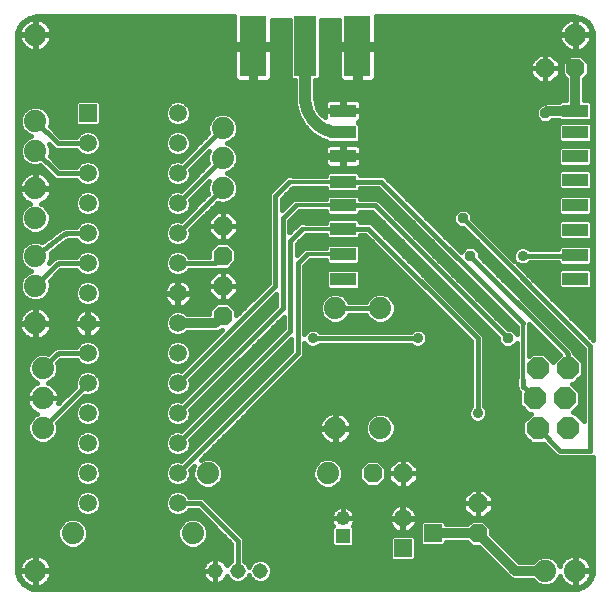
<source format=gtl>
G75*
%MOIN*%
%OFA0B0*%
%FSLAX24Y24*%
%IPPOS*%
%LPD*%
%AMOC8*
5,1,8,0,0,1.08239X$1,22.5*
%
%ADD10R,0.0860X0.0420*%
%ADD11C,0.0515*%
%ADD12OC8,0.0740*%
%ADD13C,0.0740*%
%ADD14R,0.0590X0.0590*%
%ADD15C,0.0590*%
%ADD16R,0.0480X0.0480*%
%ADD17C,0.0480*%
%ADD18OC8,0.0630*%
%ADD19R,0.0750X0.2000*%
%ADD20R,0.0900X0.2000*%
%ADD21C,0.0160*%
%ADD22OC8,0.0356*%
%ADD23C,0.0320*%
%ADD24C,0.0120*%
%ADD25C,0.0356*%
%ADD26C,0.0400*%
%ADD27C,0.0238*%
%ADD28OC8,0.0238*%
D10*
X011693Y011643D03*
X011693Y012481D03*
X011693Y013331D03*
X011693Y014118D03*
X011693Y014905D03*
X011693Y015755D03*
X011693Y016543D03*
X011693Y017268D03*
X019430Y017268D03*
X019430Y016543D03*
X019430Y015755D03*
X019430Y014968D03*
X019430Y014118D03*
X019430Y013293D03*
X019430Y012456D03*
X019430Y011668D03*
D11*
X008930Y001930D03*
X008180Y001930D03*
X007430Y001930D03*
D12*
X018080Y007680D03*
X018180Y006680D03*
X019180Y006680D03*
X019080Y007680D03*
X019180Y008680D03*
X018180Y008680D03*
D13*
X012930Y006680D03*
X011430Y006680D03*
X011180Y005180D03*
X007180Y005180D03*
X006680Y003180D03*
X002680Y003180D03*
X001430Y001930D03*
X001680Y006680D03*
X001680Y007680D03*
X001680Y008680D03*
X001430Y010180D03*
X001430Y011430D03*
X001430Y012430D03*
X001430Y013680D03*
X001430Y014680D03*
X001430Y015930D03*
X001430Y016930D03*
X001430Y019805D03*
X007680Y016680D03*
X007680Y015680D03*
X007680Y014680D03*
X011430Y010680D03*
X012930Y010680D03*
X018430Y001930D03*
X019430Y001930D03*
X010430Y019430D03*
X019430Y019805D03*
D14*
X014680Y003180D03*
X013680Y002680D03*
X003180Y017180D03*
D15*
X003180Y016180D03*
X003180Y015180D03*
X003180Y014180D03*
X003180Y013180D03*
X003180Y012180D03*
X003180Y011180D03*
X003180Y010180D03*
X003180Y009180D03*
X003180Y008180D03*
X003180Y007180D03*
X003180Y006180D03*
X003180Y005180D03*
X003180Y004180D03*
X006180Y004180D03*
X006180Y005180D03*
X006180Y006180D03*
X006180Y007180D03*
X006180Y008180D03*
X006180Y009180D03*
X006180Y010180D03*
X006180Y011180D03*
X006180Y012180D03*
X006180Y013180D03*
X006180Y014180D03*
X006180Y015180D03*
X006180Y016180D03*
X006180Y017180D03*
X013680Y003680D03*
D16*
X011680Y003090D03*
D17*
X011680Y003680D03*
D18*
X012680Y005180D03*
X013680Y005180D03*
X016180Y004180D03*
X016180Y003180D03*
X007680Y010430D03*
X007680Y011430D03*
X007680Y012430D03*
X007680Y013430D03*
X018430Y018680D03*
X019430Y018680D03*
D19*
X010430Y019420D03*
D20*
X008690Y019420D03*
X012170Y019420D03*
D21*
X001010Y001510D02*
X001173Y001391D01*
X001366Y001328D01*
X001467Y001320D01*
X019385Y001320D01*
X019486Y001328D01*
X019679Y001391D01*
X019843Y001510D01*
X019962Y001673D01*
X020024Y001866D01*
X020032Y001967D01*
X020032Y005721D01*
X020021Y005710D01*
X018839Y005710D01*
X018710Y005839D01*
X018379Y006170D01*
X017969Y006170D01*
X017670Y006469D01*
X017670Y006891D01*
X017949Y007170D01*
X017869Y007170D01*
X017570Y007469D01*
X017570Y007879D01*
X017497Y007952D01*
X017497Y007975D01*
X017476Y008025D01*
X017460Y008041D01*
X017460Y008371D01*
X017480Y008391D01*
X017480Y009530D01*
X017312Y009362D01*
X017048Y009362D01*
X016862Y009548D01*
X016862Y009687D01*
X012651Y013898D01*
X012263Y013898D01*
X012263Y013850D01*
X012181Y013768D01*
X011205Y013768D01*
X011123Y013850D01*
X011123Y013918D01*
X010229Y013918D01*
X009900Y013589D01*
X009900Y013211D01*
X010239Y013551D01*
X010422Y013551D01*
X010442Y013531D01*
X011123Y013531D01*
X011123Y013599D01*
X011205Y013681D01*
X012181Y013681D01*
X012263Y013599D01*
X012263Y013551D01*
X012621Y013551D01*
X012749Y013422D01*
X016400Y009771D01*
X016400Y007410D01*
X016450Y007360D01*
X016498Y007243D01*
X016498Y007117D01*
X016450Y007000D01*
X016360Y006910D01*
X016243Y006862D01*
X016117Y006862D01*
X016000Y006910D01*
X015910Y007000D01*
X015862Y007117D01*
X015862Y007243D01*
X015910Y007360D01*
X015960Y007410D01*
X015960Y009589D01*
X012438Y013111D01*
X012263Y013111D01*
X012263Y013063D01*
X012181Y012981D01*
X011205Y012981D01*
X011123Y013063D01*
X011123Y013131D01*
X010442Y013131D01*
X010150Y012839D01*
X010150Y012461D01*
X010390Y012701D01*
X010572Y012701D01*
X010592Y012681D01*
X011123Y012681D01*
X011123Y012749D01*
X011205Y012831D01*
X012181Y012831D01*
X012263Y012749D01*
X012263Y012213D01*
X012181Y012131D01*
X011205Y012131D01*
X011123Y012213D01*
X011123Y012281D01*
X010592Y012281D01*
X010400Y012089D01*
X010400Y009835D01*
X010410Y009860D01*
X010500Y009950D01*
X010617Y009998D01*
X010743Y009998D01*
X010860Y009950D01*
X010910Y009900D01*
X013950Y009900D01*
X014000Y009950D01*
X014117Y009998D01*
X014243Y009998D01*
X014360Y009950D01*
X014450Y009860D01*
X014498Y009743D01*
X014498Y009617D01*
X014450Y009500D01*
X014360Y009410D01*
X014243Y009362D01*
X014117Y009362D01*
X014000Y009410D01*
X013950Y009460D01*
X010910Y009460D01*
X010860Y009410D01*
X010743Y009362D01*
X010617Y009362D01*
X010500Y009410D01*
X010410Y009500D01*
X010400Y009525D01*
X010400Y009089D01*
X010271Y008960D01*
X006946Y005635D01*
X007079Y005690D01*
X007281Y005690D01*
X007469Y005612D01*
X007612Y005469D01*
X007690Y005281D01*
X007690Y005079D01*
X007612Y004891D01*
X007469Y004748D01*
X007281Y004670D01*
X007079Y004670D01*
X006891Y004748D01*
X006748Y004891D01*
X006670Y005079D01*
X006670Y005281D01*
X006725Y005414D01*
X006604Y005293D01*
X006615Y005267D01*
X006615Y005093D01*
X006549Y004934D01*
X006426Y004811D01*
X006267Y004745D01*
X006093Y004745D01*
X005934Y004811D01*
X005811Y004934D01*
X005745Y005093D01*
X005745Y005267D01*
X005811Y005426D01*
X005934Y005549D01*
X006093Y005615D01*
X006267Y005615D01*
X006293Y005604D01*
X009960Y009271D01*
X009960Y009649D01*
X006604Y006293D01*
X006615Y006267D01*
X006615Y006093D01*
X006549Y005934D01*
X006426Y005811D01*
X006267Y005745D01*
X006093Y005745D01*
X005934Y005811D01*
X005811Y005934D01*
X005745Y006093D01*
X005745Y006267D01*
X005811Y006426D01*
X005934Y006549D01*
X006093Y006615D01*
X006267Y006615D01*
X006293Y006604D01*
X009710Y010021D01*
X009710Y010399D01*
X006604Y007293D01*
X006615Y007267D01*
X006615Y007093D01*
X006549Y006934D01*
X006426Y006811D01*
X006267Y006745D01*
X006093Y006745D01*
X005934Y006811D01*
X005811Y006934D01*
X005745Y007093D01*
X005745Y007267D01*
X005811Y007426D01*
X005934Y007549D01*
X006093Y007615D01*
X006267Y007615D01*
X006293Y007604D01*
X009460Y010771D01*
X009460Y011149D01*
X006604Y008293D01*
X006615Y008267D01*
X006615Y008093D01*
X006549Y007934D01*
X006426Y007811D01*
X006267Y007745D01*
X006093Y007745D01*
X005934Y007811D01*
X005811Y007934D01*
X005745Y008093D01*
X005745Y008267D01*
X005811Y008426D01*
X005934Y008549D01*
X006093Y008615D01*
X006267Y008615D01*
X006293Y008604D01*
X007664Y009975D01*
X007649Y009975D01*
X007600Y009926D01*
X007490Y009880D01*
X006495Y009880D01*
X006426Y009811D01*
X006267Y009745D01*
X006093Y009745D01*
X005934Y009811D01*
X005811Y009934D01*
X005745Y010093D01*
X005745Y010267D01*
X005811Y010426D01*
X005934Y010549D01*
X006093Y010615D01*
X006267Y010615D01*
X006426Y010549D01*
X006495Y010480D01*
X007225Y010480D01*
X007225Y010618D01*
X007492Y010885D01*
X007868Y010885D01*
X008135Y010618D01*
X008135Y010446D01*
X009210Y011521D01*
X009210Y014521D01*
X009814Y015125D01*
X009997Y015125D01*
X010017Y015105D01*
X011123Y015105D01*
X011123Y015173D01*
X011205Y015255D01*
X012181Y015255D01*
X012263Y015173D01*
X012263Y015125D01*
X013046Y015125D01*
X015612Y012559D01*
X015612Y012562D01*
X015798Y012748D01*
X016062Y012748D01*
X016248Y012562D01*
X016248Y012423D01*
X019363Y009308D01*
X019363Y009285D01*
X019384Y009235D01*
X019400Y009219D01*
X019400Y009181D01*
X019690Y008891D01*
X019690Y008469D01*
X019391Y008170D01*
X019311Y008170D01*
X019590Y007891D01*
X019590Y007469D01*
X019351Y007230D01*
X019408Y007230D01*
X019710Y006928D01*
X019710Y009339D01*
X015687Y013362D01*
X015548Y013362D01*
X015362Y013548D01*
X015362Y013812D01*
X015548Y013998D01*
X015812Y013998D01*
X015998Y013812D01*
X015998Y013673D01*
X017403Y012269D01*
X017362Y012367D01*
X017362Y012493D01*
X017410Y012610D01*
X017500Y012700D01*
X017617Y012748D01*
X017743Y012748D01*
X017860Y012700D01*
X017910Y012650D01*
X018651Y012650D01*
X018860Y012657D01*
X018860Y012724D01*
X018942Y012806D01*
X019918Y012806D01*
X020000Y012724D01*
X020000Y012188D01*
X019918Y012106D01*
X018942Y012106D01*
X018860Y012188D01*
X018860Y012217D01*
X018749Y012213D01*
X018746Y012210D01*
X018658Y012210D01*
X018571Y012207D01*
X018568Y012210D01*
X017910Y012210D01*
X017860Y012160D01*
X017743Y012112D01*
X017617Y012112D01*
X017519Y012153D01*
X020021Y009650D01*
X020032Y009639D01*
X020032Y019763D01*
X020024Y019864D01*
X019962Y020057D01*
X019843Y020220D01*
X019679Y020340D01*
X019486Y020402D01*
X019385Y020410D01*
X012800Y020410D01*
X012800Y019500D01*
X012250Y019500D01*
X012250Y019340D01*
X012800Y019340D01*
X012800Y018396D01*
X012788Y018351D01*
X012764Y018309D01*
X012731Y018276D01*
X012689Y018252D01*
X012644Y018240D01*
X012250Y018240D01*
X012250Y019340D01*
X012090Y019340D01*
X012090Y018240D01*
X011696Y018240D01*
X011651Y018252D01*
X011609Y018276D01*
X011576Y018309D01*
X011552Y018351D01*
X011540Y018396D01*
X011540Y019340D01*
X012090Y019340D01*
X012090Y019500D01*
X011540Y019500D01*
X011540Y020290D01*
X010945Y020290D01*
X010945Y018362D01*
X010863Y018280D01*
X010770Y018280D01*
X010770Y017680D01*
X010777Y017576D01*
X010831Y017375D01*
X010935Y017195D01*
X011082Y017047D01*
X011083Y017047D01*
X011083Y017243D01*
X011668Y017243D01*
X011668Y017293D01*
X011668Y017658D01*
X011240Y017658D01*
X011194Y017645D01*
X011153Y017622D01*
X011119Y017588D01*
X011096Y017547D01*
X011083Y017501D01*
X011083Y017293D01*
X011668Y017293D01*
X011718Y017293D01*
X011718Y017658D01*
X012147Y017658D01*
X012193Y017645D01*
X012234Y017622D01*
X012267Y017588D01*
X012291Y017547D01*
X012303Y017501D01*
X012303Y017293D01*
X011718Y017293D01*
X011718Y017243D01*
X012303Y017243D01*
X012303Y017034D01*
X012291Y016988D01*
X012267Y016947D01*
X012234Y016914D01*
X012193Y016890D01*
X012186Y016888D01*
X012263Y016811D01*
X012263Y016275D01*
X012181Y016193D01*
X011205Y016193D01*
X011130Y016268D01*
X010997Y016303D01*
X010997Y016303D01*
X010660Y016498D01*
X010660Y016498D01*
X010385Y016773D01*
X010385Y016773D01*
X010191Y017110D01*
X010191Y017110D01*
X010090Y017486D01*
X010090Y018280D01*
X009997Y018280D01*
X009915Y018362D01*
X009915Y020290D01*
X009320Y020290D01*
X009320Y019500D01*
X008770Y019500D01*
X008770Y019340D01*
X009320Y019340D01*
X009320Y018396D01*
X009308Y018351D01*
X009284Y018309D01*
X009251Y018276D01*
X009209Y018252D01*
X009164Y018240D01*
X008770Y018240D01*
X008770Y019340D01*
X008610Y019340D01*
X008610Y018240D01*
X008216Y018240D01*
X008171Y018252D01*
X008129Y018276D01*
X008096Y018309D01*
X008072Y018351D01*
X008060Y018396D01*
X008060Y019340D01*
X008610Y019340D01*
X008610Y019500D01*
X008060Y019500D01*
X008060Y020410D01*
X001467Y020410D01*
X001366Y020402D01*
X001173Y020340D01*
X001010Y020220D01*
X000891Y020057D01*
X000828Y019864D01*
X000820Y019763D01*
X000820Y001967D01*
X000828Y001866D01*
X000891Y001673D01*
X001010Y001510D01*
X001027Y001497D02*
X001090Y001497D01*
X001072Y001510D02*
X001142Y001460D01*
X001219Y001420D01*
X001301Y001394D01*
X001387Y001380D01*
X001410Y001380D01*
X001410Y001910D01*
X000880Y001910D01*
X000880Y001887D01*
X000894Y001801D01*
X000920Y001719D01*
X000960Y001642D01*
X001010Y001572D01*
X001072Y001510D01*
X000953Y001656D02*
X000904Y001656D01*
X000892Y001814D02*
X000845Y001814D01*
X000880Y001950D02*
X001410Y001950D01*
X001410Y002480D01*
X001387Y002480D01*
X001301Y002466D01*
X001219Y002440D01*
X001142Y002400D01*
X001072Y002350D01*
X001010Y002288D01*
X000960Y002218D01*
X000920Y002141D01*
X000894Y002059D01*
X000880Y001973D01*
X000880Y001950D01*
X000880Y001973D02*
X000820Y001973D01*
X000820Y002131D02*
X000917Y002131D01*
X001012Y002290D02*
X000820Y002290D01*
X000820Y002448D02*
X001244Y002448D01*
X001410Y002448D02*
X001450Y002448D01*
X001450Y002480D02*
X001450Y001950D01*
X001410Y001950D01*
X001410Y001910D01*
X001450Y001910D01*
X001450Y001950D01*
X001980Y001950D01*
X001980Y001973D01*
X001966Y002059D01*
X001940Y002141D01*
X001900Y002218D01*
X001850Y002288D01*
X001788Y002350D01*
X001718Y002400D01*
X001641Y002440D01*
X001559Y002466D01*
X001473Y002480D01*
X001450Y002480D01*
X001616Y002448D02*
X007960Y002448D01*
X007960Y002290D02*
X007679Y002290D01*
X007659Y002304D02*
X007598Y002335D01*
X007532Y002357D01*
X007464Y002367D01*
X007430Y002367D01*
X007430Y001930D01*
X007430Y001930D01*
X007430Y001493D01*
X007430Y001930D01*
X007430Y001930D01*
X007430Y001930D01*
X006993Y001930D01*
X006993Y001896D01*
X007003Y001828D01*
X007025Y001762D01*
X007056Y001701D01*
X007096Y001645D01*
X007145Y001596D01*
X007201Y001556D01*
X007262Y001525D01*
X007328Y001503D01*
X007396Y001493D01*
X007430Y001493D01*
X007464Y001493D01*
X007532Y001503D01*
X007598Y001525D01*
X007659Y001556D01*
X007715Y001596D01*
X007764Y001645D01*
X007804Y001701D01*
X007827Y001745D01*
X007843Y001705D01*
X007955Y001593D01*
X008101Y001533D01*
X008259Y001533D01*
X008405Y001593D01*
X008517Y001705D01*
X008555Y001797D01*
X008593Y001705D01*
X008705Y001593D01*
X008851Y001533D01*
X009009Y001533D01*
X009155Y001593D01*
X009267Y001705D01*
X009327Y001851D01*
X009327Y002009D01*
X009267Y002155D01*
X009155Y002267D01*
X009009Y002327D01*
X008851Y002327D01*
X008705Y002267D01*
X008593Y002155D01*
X008555Y002063D01*
X008517Y002155D01*
X008405Y002267D01*
X008400Y002269D01*
X008400Y003021D01*
X007150Y004271D01*
X007150Y004271D01*
X007021Y004400D01*
X006560Y004400D01*
X006549Y004426D01*
X006426Y004549D01*
X006267Y004615D01*
X006093Y004615D01*
X005934Y004549D01*
X005811Y004426D01*
X005745Y004267D01*
X005745Y004093D01*
X005811Y003934D01*
X005934Y003811D01*
X006093Y003745D01*
X006267Y003745D01*
X006426Y003811D01*
X006549Y003934D01*
X006560Y003960D01*
X006839Y003960D01*
X007960Y002839D01*
X007960Y002269D01*
X007955Y002267D01*
X007843Y002155D01*
X007827Y002115D01*
X007804Y002159D01*
X007764Y002215D01*
X007715Y002264D01*
X007659Y002304D01*
X007430Y002290D02*
X007430Y002290D01*
X007430Y002367D02*
X007396Y002367D01*
X007328Y002357D01*
X007262Y002335D01*
X007201Y002304D01*
X007145Y002264D01*
X007096Y002215D01*
X007056Y002159D01*
X007025Y002098D01*
X007003Y002032D01*
X006993Y001964D01*
X006993Y001930D01*
X007430Y001930D01*
X007430Y002367D01*
X007430Y002131D02*
X007430Y002131D01*
X007430Y001973D02*
X007430Y001973D01*
X007430Y001814D02*
X007430Y001814D01*
X007430Y001656D02*
X007430Y001656D01*
X007430Y001497D02*
X007430Y001497D01*
X007493Y001497D02*
X018143Y001497D01*
X018141Y001498D02*
X018329Y001420D01*
X018531Y001420D01*
X018719Y001498D01*
X018862Y001641D01*
X018909Y001754D01*
X018920Y001719D01*
X018960Y001642D01*
X019010Y001572D01*
X019072Y001510D01*
X019142Y001460D01*
X019219Y001420D01*
X019301Y001394D01*
X019387Y001380D01*
X019410Y001380D01*
X019410Y001910D01*
X019450Y001910D01*
X019450Y001950D01*
X019410Y001950D01*
X019410Y002480D01*
X019387Y002480D01*
X019301Y002466D01*
X019219Y002440D01*
X019142Y002400D01*
X019072Y002350D01*
X019010Y002288D01*
X018960Y002218D01*
X018920Y002141D01*
X018909Y002106D01*
X018862Y002219D01*
X018719Y002362D01*
X018531Y002440D01*
X018329Y002440D01*
X018141Y002362D01*
X018009Y002230D01*
X017554Y002230D01*
X016635Y003149D01*
X016635Y003368D01*
X016368Y003635D01*
X015992Y003635D01*
X015837Y003480D01*
X015115Y003480D01*
X015115Y003533D01*
X015033Y003615D01*
X014327Y003615D01*
X014245Y003533D01*
X014245Y002827D01*
X014327Y002745D01*
X015033Y002745D01*
X015115Y002827D01*
X015115Y002880D01*
X015837Y002880D01*
X015992Y002725D01*
X016211Y002725D01*
X017260Y001676D01*
X017370Y001630D01*
X018009Y001630D01*
X018141Y001498D01*
X018717Y001497D02*
X019090Y001497D01*
X018953Y001656D02*
X018868Y001656D01*
X018899Y002131D02*
X018917Y002131D01*
X019012Y002290D02*
X018792Y002290D01*
X019244Y002448D02*
X017336Y002448D01*
X017178Y002607D02*
X020032Y002607D01*
X020032Y002765D02*
X017019Y002765D01*
X016861Y002924D02*
X020032Y002924D01*
X020032Y003082D02*
X016702Y003082D01*
X016635Y003241D02*
X020032Y003241D01*
X020032Y003399D02*
X016604Y003399D01*
X016446Y003558D02*
X020032Y003558D01*
X020032Y003716D02*
X016416Y003716D01*
X016385Y003685D02*
X016675Y003975D01*
X016675Y004180D01*
X016675Y004385D01*
X016385Y004675D01*
X016180Y004675D01*
X016180Y004180D01*
X016180Y004180D01*
X016675Y004180D01*
X016180Y004180D01*
X016180Y004180D01*
X016180Y004180D01*
X015685Y004180D01*
X015685Y004385D01*
X015975Y004675D01*
X016180Y004675D01*
X016180Y004180D01*
X016180Y003685D01*
X016385Y003685D01*
X016180Y003685D02*
X016180Y004180D01*
X016180Y004180D01*
X015685Y004180D01*
X015685Y003975D01*
X015975Y003685D01*
X016180Y003685D01*
X016180Y003716D02*
X016180Y003716D01*
X016180Y003875D02*
X016180Y003875D01*
X016180Y004033D02*
X016180Y004033D01*
X016180Y004192D02*
X016180Y004192D01*
X016180Y004350D02*
X016180Y004350D01*
X016180Y004509D02*
X016180Y004509D01*
X016180Y004667D02*
X016180Y004667D01*
X016393Y004667D02*
X020032Y004667D01*
X020032Y004509D02*
X016552Y004509D01*
X016675Y004350D02*
X020032Y004350D01*
X020032Y004192D02*
X016675Y004192D01*
X016675Y004033D02*
X020032Y004033D01*
X020032Y003875D02*
X016575Y003875D01*
X015944Y003716D02*
X014155Y003716D01*
X014155Y003717D02*
X014143Y003791D01*
X014120Y003862D01*
X014086Y003929D01*
X014042Y003989D01*
X013989Y004042D01*
X013929Y004086D01*
X013862Y004120D01*
X013791Y004143D01*
X013717Y004155D01*
X013698Y004155D01*
X013698Y003698D01*
X013662Y003698D01*
X013662Y004155D01*
X013643Y004155D01*
X013569Y004143D01*
X013498Y004120D01*
X013431Y004086D01*
X013371Y004042D01*
X013318Y003989D01*
X013274Y003929D01*
X013240Y003862D01*
X013217Y003791D01*
X013205Y003717D01*
X013205Y003698D01*
X013662Y003698D01*
X013662Y003662D01*
X013205Y003662D01*
X013205Y003643D01*
X013217Y003569D01*
X013240Y003498D01*
X013274Y003431D01*
X013318Y003371D01*
X013371Y003318D01*
X013431Y003274D01*
X013498Y003240D01*
X013569Y003217D01*
X013643Y003205D01*
X013662Y003205D01*
X013662Y003662D01*
X013698Y003662D01*
X013698Y003698D01*
X014155Y003698D01*
X014155Y003717D01*
X014155Y003662D02*
X013698Y003662D01*
X013698Y003205D01*
X013717Y003205D01*
X013791Y003217D01*
X013862Y003240D01*
X013929Y003274D01*
X013989Y003318D01*
X014042Y003371D01*
X014086Y003431D01*
X014120Y003498D01*
X014143Y003569D01*
X014155Y003643D01*
X014155Y003662D01*
X014140Y003558D02*
X014270Y003558D01*
X014245Y003399D02*
X014063Y003399D01*
X014245Y003241D02*
X013864Y003241D01*
X013698Y003241D02*
X013662Y003241D01*
X013662Y003399D02*
X013698Y003399D01*
X013698Y003558D02*
X013662Y003558D01*
X013662Y003716D02*
X013698Y003716D01*
X013698Y003875D02*
X013662Y003875D01*
X013662Y004033D02*
X013698Y004033D01*
X013999Y004033D02*
X015685Y004033D01*
X015685Y004192D02*
X007230Y004192D01*
X007071Y004350D02*
X015685Y004350D01*
X015808Y004509D02*
X006467Y004509D01*
X006441Y004826D02*
X006813Y004826D01*
X006709Y004984D02*
X006570Y004984D01*
X006615Y005143D02*
X006670Y005143D01*
X006678Y005301D02*
X006612Y005301D01*
X006307Y005618D02*
X000820Y005618D01*
X000820Y005460D02*
X002844Y005460D01*
X002811Y005426D02*
X002745Y005267D01*
X002745Y005093D01*
X002811Y004934D01*
X002934Y004811D01*
X003093Y004745D01*
X003267Y004745D01*
X003426Y004811D01*
X003549Y004934D01*
X003615Y005093D01*
X003615Y005267D01*
X003549Y005426D01*
X003426Y005549D01*
X003267Y005615D01*
X003093Y005615D01*
X002934Y005549D01*
X002811Y005426D01*
X002759Y005301D02*
X000820Y005301D01*
X000820Y005143D02*
X002745Y005143D01*
X002790Y004984D02*
X000820Y004984D01*
X000820Y004826D02*
X002919Y004826D01*
X003093Y004615D02*
X002934Y004549D01*
X002811Y004426D01*
X002745Y004267D01*
X002745Y004093D01*
X002811Y003934D01*
X002934Y003811D01*
X003093Y003745D01*
X003267Y003745D01*
X003426Y003811D01*
X003549Y003934D01*
X003615Y004093D01*
X003615Y004267D01*
X003549Y004426D01*
X003426Y004549D01*
X003267Y004615D01*
X003093Y004615D01*
X002893Y004509D02*
X000820Y004509D01*
X000820Y004667D02*
X015967Y004667D01*
X015785Y003875D02*
X014114Y003875D01*
X014033Y003115D02*
X013327Y003115D01*
X013245Y003033D01*
X013245Y002327D01*
X013327Y002245D01*
X014033Y002245D01*
X014115Y002327D01*
X014115Y003033D01*
X014033Y003115D01*
X014066Y003082D02*
X014245Y003082D01*
X014245Y002924D02*
X014115Y002924D01*
X014115Y002765D02*
X014307Y002765D01*
X014115Y002607D02*
X016329Y002607D01*
X016488Y002448D02*
X014115Y002448D01*
X014077Y002290D02*
X016646Y002290D01*
X016805Y002131D02*
X009277Y002131D01*
X009327Y001973D02*
X016963Y001973D01*
X017122Y001814D02*
X009312Y001814D01*
X009218Y001656D02*
X017309Y001656D01*
X017495Y002290D02*
X018068Y002290D01*
X019410Y002290D02*
X019450Y002290D01*
X019450Y002448D02*
X019410Y002448D01*
X019450Y002480D02*
X019450Y001950D01*
X019980Y001950D01*
X019980Y001973D01*
X019966Y002059D01*
X019940Y002141D01*
X019900Y002218D01*
X019850Y002288D01*
X019788Y002350D01*
X019718Y002400D01*
X019641Y002440D01*
X019559Y002466D01*
X019473Y002480D01*
X019450Y002480D01*
X019616Y002448D02*
X020032Y002448D01*
X020032Y002290D02*
X019848Y002290D01*
X019943Y002131D02*
X020032Y002131D01*
X020032Y001973D02*
X019980Y001973D01*
X019980Y001910D02*
X019450Y001910D01*
X019450Y001380D01*
X019473Y001380D01*
X019559Y001394D01*
X019641Y001420D01*
X019718Y001460D01*
X019788Y001510D01*
X019850Y001572D01*
X019900Y001642D01*
X019940Y001719D01*
X019966Y001801D01*
X019980Y001887D01*
X019980Y001910D01*
X019968Y001814D02*
X020007Y001814D01*
X019948Y001656D02*
X019907Y001656D01*
X019825Y001497D02*
X019770Y001497D01*
X019518Y001339D02*
X001334Y001339D01*
X001450Y001380D02*
X001473Y001380D01*
X001559Y001394D01*
X001641Y001420D01*
X001718Y001460D01*
X001788Y001510D01*
X001850Y001572D01*
X001900Y001642D01*
X001940Y001719D01*
X001966Y001801D01*
X001980Y001887D01*
X001980Y001910D01*
X001450Y001910D01*
X001450Y001380D01*
X001450Y001497D02*
X001410Y001497D01*
X001410Y001656D02*
X001450Y001656D01*
X001450Y001814D02*
X001410Y001814D01*
X001410Y001973D02*
X001450Y001973D01*
X001450Y002131D02*
X001410Y002131D01*
X001410Y002290D02*
X001450Y002290D01*
X001848Y002290D02*
X007181Y002290D01*
X007041Y002131D02*
X001943Y002131D01*
X001980Y001973D02*
X006994Y001973D01*
X007008Y001814D02*
X001968Y001814D01*
X001907Y001656D02*
X007089Y001656D01*
X007367Y001497D02*
X001770Y001497D01*
X002391Y002748D02*
X002579Y002670D01*
X002781Y002670D01*
X002969Y002748D01*
X003112Y002891D01*
X003190Y003079D01*
X003190Y003281D01*
X003112Y003469D01*
X002969Y003612D01*
X002781Y003690D01*
X002579Y003690D01*
X002391Y003612D01*
X002248Y003469D01*
X002170Y003281D01*
X002170Y003079D01*
X002248Y002891D01*
X002391Y002748D01*
X002374Y002765D02*
X000820Y002765D01*
X000820Y002607D02*
X007960Y002607D01*
X007960Y002765D02*
X006986Y002765D01*
X006969Y002748D02*
X007112Y002891D01*
X007190Y003079D01*
X007190Y003281D01*
X007112Y003469D01*
X006969Y003612D01*
X006781Y003690D01*
X006579Y003690D01*
X006391Y003612D01*
X006248Y003469D01*
X006170Y003281D01*
X006170Y003079D01*
X006248Y002891D01*
X006391Y002748D01*
X006579Y002670D01*
X006781Y002670D01*
X006969Y002748D01*
X007126Y002924D02*
X007875Y002924D01*
X007717Y003082D02*
X007190Y003082D01*
X007190Y003241D02*
X007558Y003241D01*
X007400Y003399D02*
X007141Y003399D01*
X007241Y003558D02*
X007024Y003558D01*
X007083Y003716D02*
X000820Y003716D01*
X000820Y003558D02*
X002336Y003558D01*
X002219Y003399D02*
X000820Y003399D01*
X000820Y003241D02*
X002170Y003241D01*
X002170Y003082D02*
X000820Y003082D01*
X000820Y002924D02*
X002234Y002924D01*
X002986Y002765D02*
X006374Y002765D01*
X006234Y002924D02*
X003126Y002924D01*
X003190Y003082D02*
X006170Y003082D01*
X006170Y003241D02*
X003190Y003241D01*
X003141Y003399D02*
X006219Y003399D01*
X006336Y003558D02*
X003024Y003558D01*
X002870Y003875D02*
X000820Y003875D01*
X000820Y004033D02*
X002770Y004033D01*
X002745Y004192D02*
X000820Y004192D01*
X000820Y004350D02*
X002780Y004350D01*
X003467Y004509D02*
X005893Y004509D01*
X005780Y004350D02*
X003580Y004350D01*
X003615Y004192D02*
X005745Y004192D01*
X005770Y004033D02*
X003590Y004033D01*
X003490Y003875D02*
X005870Y003875D01*
X006180Y004180D02*
X006930Y004180D01*
X008180Y002930D01*
X008180Y001930D01*
X008468Y001656D02*
X008642Y001656D01*
X008583Y002131D02*
X008527Y002131D01*
X008400Y002290D02*
X008759Y002290D01*
X009101Y002290D02*
X013283Y002290D01*
X013245Y002448D02*
X008400Y002448D01*
X008400Y002607D02*
X013245Y002607D01*
X013245Y002765D02*
X012033Y002765D01*
X012060Y002792D02*
X012060Y003388D01*
X012018Y003430D01*
X012039Y003460D01*
X012069Y003519D01*
X012090Y003582D01*
X012100Y003647D01*
X012100Y003680D01*
X012100Y003713D01*
X012090Y003778D01*
X012069Y003841D01*
X012039Y003900D01*
X012000Y003954D01*
X011954Y004000D01*
X011900Y004039D01*
X011841Y004069D01*
X011778Y004090D01*
X011713Y004100D01*
X011680Y004100D01*
X011680Y003680D01*
X012100Y003680D01*
X011680Y003680D01*
X011680Y003680D01*
X011680Y003680D01*
X011680Y003680D01*
X011260Y003680D01*
X011260Y003713D01*
X011270Y003778D01*
X011291Y003841D01*
X011321Y003900D01*
X011360Y003954D01*
X011406Y004000D01*
X011460Y004039D01*
X011519Y004069D01*
X011582Y004090D01*
X011647Y004100D01*
X011680Y004100D01*
X011680Y003680D01*
X011260Y003680D01*
X011260Y003647D01*
X011270Y003582D01*
X011291Y003519D01*
X011321Y003460D01*
X011342Y003430D01*
X011300Y003388D01*
X011300Y002792D01*
X011382Y002710D01*
X011978Y002710D01*
X012060Y002792D01*
X012060Y002924D02*
X013245Y002924D01*
X013294Y003082D02*
X012060Y003082D01*
X012060Y003241D02*
X013496Y003241D01*
X013297Y003399D02*
X012049Y003399D01*
X012082Y003558D02*
X013220Y003558D01*
X013205Y003716D02*
X012100Y003716D01*
X012052Y003875D02*
X013246Y003875D01*
X013361Y004033D02*
X011909Y004033D01*
X011680Y004033D02*
X011680Y004033D01*
X011680Y003875D02*
X011680Y003875D01*
X011680Y003716D02*
X011680Y003716D01*
X011451Y004033D02*
X007388Y004033D01*
X007547Y003875D02*
X011308Y003875D01*
X011260Y003716D02*
X007705Y003716D01*
X007864Y003558D02*
X011278Y003558D01*
X011311Y003399D02*
X008022Y003399D01*
X008181Y003241D02*
X011300Y003241D01*
X011300Y003082D02*
X008339Y003082D01*
X008400Y002924D02*
X011300Y002924D01*
X011327Y002765D02*
X008400Y002765D01*
X007833Y002131D02*
X007819Y002131D01*
X007771Y001656D02*
X007892Y001656D01*
X006924Y003875D02*
X006490Y003875D01*
X005919Y004826D02*
X003441Y004826D01*
X003570Y004984D02*
X005790Y004984D01*
X005745Y005143D02*
X003615Y005143D01*
X003601Y005301D02*
X005759Y005301D01*
X005844Y005460D02*
X003516Y005460D01*
X003343Y005777D02*
X006017Y005777D01*
X005811Y005935D02*
X003549Y005935D01*
X003549Y005934D02*
X003615Y006093D01*
X003615Y006267D01*
X003549Y006426D01*
X003426Y006549D01*
X003267Y006615D01*
X003093Y006615D01*
X002934Y006549D01*
X002811Y006426D01*
X002745Y006267D01*
X002745Y006093D01*
X002811Y005934D01*
X002934Y005811D01*
X003093Y005745D01*
X003267Y005745D01*
X003426Y005811D01*
X003549Y005934D01*
X003615Y006094D02*
X005745Y006094D01*
X005745Y006252D02*
X003615Y006252D01*
X003555Y006411D02*
X005805Y006411D01*
X005982Y006569D02*
X003378Y006569D01*
X003267Y006745D02*
X003426Y006811D01*
X003549Y006934D01*
X003615Y007093D01*
X003615Y007267D01*
X003549Y007426D01*
X003426Y007549D01*
X003267Y007615D01*
X003093Y007615D01*
X002934Y007549D01*
X002811Y007426D01*
X002745Y007267D01*
X002745Y007093D01*
X002811Y006934D01*
X002934Y006811D01*
X003093Y006745D01*
X003267Y006745D01*
X003501Y006886D02*
X005859Y006886D01*
X005765Y007045D02*
X003595Y007045D01*
X003615Y007203D02*
X005745Y007203D01*
X005784Y007362D02*
X003576Y007362D01*
X003455Y007520D02*
X005905Y007520D01*
X006180Y007180D02*
X009680Y010680D01*
X009680Y013680D01*
X010118Y014118D01*
X010229Y014318D02*
X010209Y014338D01*
X010027Y014338D01*
X009650Y013961D01*
X009650Y014339D01*
X010017Y014705D01*
X011123Y014705D01*
X011123Y014637D01*
X011205Y014555D01*
X012181Y014555D01*
X012263Y014637D01*
X012263Y014685D01*
X012863Y014685D01*
X017480Y010069D01*
X017480Y009830D01*
X017312Y009998D01*
X017173Y009998D01*
X012962Y014209D01*
X012833Y014338D01*
X012263Y014338D01*
X012263Y014386D01*
X012181Y014468D01*
X011205Y014468D01*
X011123Y014386D01*
X011123Y014318D01*
X010229Y014318D01*
X010212Y014336D02*
X011123Y014336D01*
X011123Y014653D02*
X009964Y014653D01*
X009805Y014494D02*
X013055Y014494D01*
X013213Y014336D02*
X012836Y014336D01*
X012994Y014177D02*
X013372Y014177D01*
X013530Y014019D02*
X013153Y014019D01*
X013311Y013860D02*
X013689Y013860D01*
X013847Y013702D02*
X013470Y013702D01*
X013628Y013543D02*
X014006Y013543D01*
X014164Y013385D02*
X013787Y013385D01*
X013945Y013226D02*
X014323Y013226D01*
X014481Y013068D02*
X014104Y013068D01*
X014262Y012909D02*
X014640Y012909D01*
X014798Y012751D02*
X014421Y012751D01*
X014579Y012592D02*
X014957Y012592D01*
X015115Y012434D02*
X014738Y012434D01*
X014896Y012275D02*
X015274Y012275D01*
X015432Y012117D02*
X015055Y012117D01*
X015213Y011958D02*
X015591Y011958D01*
X015749Y011800D02*
X015372Y011800D01*
X015530Y011641D02*
X015908Y011641D01*
X016066Y011483D02*
X015689Y011483D01*
X015847Y011324D02*
X016225Y011324D01*
X016383Y011166D02*
X016006Y011166D01*
X016164Y011007D02*
X016542Y011007D01*
X016700Y010849D02*
X016323Y010849D01*
X016481Y010690D02*
X016859Y010690D01*
X017017Y010532D02*
X016640Y010532D01*
X016798Y010373D02*
X017176Y010373D01*
X017334Y010215D02*
X016957Y010215D01*
X017115Y010056D02*
X017480Y010056D01*
X017480Y009898D02*
X017412Y009898D01*
X017180Y009680D02*
X012742Y014118D01*
X011693Y014118D01*
X011123Y013860D02*
X010171Y013860D01*
X010013Y013702D02*
X012847Y013702D01*
X012689Y013860D02*
X012263Y013860D01*
X012628Y013543D02*
X013006Y013543D01*
X013164Y013385D02*
X012787Y013385D01*
X012945Y013226D02*
X013323Y013226D01*
X013481Y013068D02*
X013104Y013068D01*
X013262Y012909D02*
X013640Y012909D01*
X013798Y012751D02*
X013421Y012751D01*
X013579Y012592D02*
X013957Y012592D01*
X014115Y012434D02*
X013738Y012434D01*
X013896Y012275D02*
X014274Y012275D01*
X014432Y012117D02*
X014055Y012117D01*
X014213Y011958D02*
X014591Y011958D01*
X014749Y011800D02*
X014372Y011800D01*
X014530Y011641D02*
X014908Y011641D01*
X015066Y011483D02*
X014689Y011483D01*
X014847Y011324D02*
X015225Y011324D01*
X015383Y011166D02*
X015006Y011166D01*
X015164Y011007D02*
X015542Y011007D01*
X015700Y010849D02*
X015323Y010849D01*
X015481Y010690D02*
X015859Y010690D01*
X016017Y010532D02*
X015640Y010532D01*
X015798Y010373D02*
X016176Y010373D01*
X016334Y010215D02*
X015957Y010215D01*
X016115Y010056D02*
X016493Y010056D01*
X016651Y009898D02*
X016274Y009898D01*
X016400Y009739D02*
X016810Y009739D01*
X016862Y009581D02*
X016400Y009581D01*
X016400Y009422D02*
X016988Y009422D01*
X017372Y009422D02*
X017480Y009422D01*
X017480Y009264D02*
X016400Y009264D01*
X016400Y009105D02*
X017480Y009105D01*
X017480Y008947D02*
X016400Y008947D01*
X016400Y008788D02*
X017480Y008788D01*
X017480Y008630D02*
X016400Y008630D01*
X016400Y008471D02*
X017480Y008471D01*
X017460Y008313D02*
X016400Y008313D01*
X016400Y008154D02*
X017460Y008154D01*
X017488Y007996D02*
X016400Y007996D01*
X016400Y007837D02*
X017570Y007837D01*
X017570Y007679D02*
X016400Y007679D01*
X016400Y007520D02*
X017570Y007520D01*
X017677Y007362D02*
X016448Y007362D01*
X016498Y007203D02*
X017836Y007203D01*
X017823Y007045D02*
X016468Y007045D01*
X016302Y006886D02*
X017670Y006886D01*
X017670Y006728D02*
X013440Y006728D01*
X013440Y006781D02*
X013362Y006969D01*
X013219Y007112D01*
X013031Y007190D01*
X012829Y007190D01*
X012641Y007112D01*
X012498Y006969D01*
X012420Y006781D01*
X012420Y006579D01*
X012498Y006391D01*
X012641Y006248D01*
X012829Y006170D01*
X013031Y006170D01*
X013219Y006248D01*
X013362Y006391D01*
X013440Y006579D01*
X013440Y006781D01*
X013397Y006886D02*
X016058Y006886D01*
X015892Y007045D02*
X013287Y007045D01*
X013436Y006569D02*
X017670Y006569D01*
X017728Y006411D02*
X013370Y006411D01*
X013223Y006252D02*
X017887Y006252D01*
X018180Y006680D02*
X018930Y005930D01*
X019930Y005930D01*
X019930Y009430D01*
X015680Y013680D01*
X015998Y013702D02*
X020032Y013702D01*
X019918Y013643D02*
X018942Y013643D01*
X018860Y013561D01*
X018860Y013025D01*
X018942Y012943D01*
X019918Y012943D01*
X020000Y013025D01*
X020000Y013561D01*
X019918Y013643D01*
X019918Y013768D02*
X020000Y013850D01*
X020000Y014386D01*
X019918Y014468D01*
X018942Y014468D01*
X018860Y014386D01*
X018860Y013850D01*
X018942Y013768D01*
X019918Y013768D01*
X020000Y013860D02*
X020032Y013860D01*
X020032Y014019D02*
X020000Y014019D01*
X020000Y014177D02*
X020032Y014177D01*
X020032Y014336D02*
X020000Y014336D01*
X020032Y014494D02*
X013677Y014494D01*
X013519Y014653D02*
X018907Y014653D01*
X018942Y014618D02*
X019918Y014618D01*
X020000Y014700D01*
X020000Y015236D01*
X019918Y015318D01*
X018942Y015318D01*
X018860Y015236D01*
X018860Y014700D01*
X018942Y014618D01*
X018860Y014811D02*
X013360Y014811D01*
X013202Y014970D02*
X018860Y014970D01*
X018860Y015128D02*
X012263Y015128D01*
X012193Y015378D02*
X012147Y015365D01*
X011718Y015365D01*
X011718Y015730D01*
X011668Y015730D01*
X011083Y015730D01*
X011083Y015522D01*
X011096Y015476D01*
X011119Y015435D01*
X011153Y015401D01*
X011194Y015378D01*
X011240Y015365D01*
X011668Y015365D01*
X011668Y015730D01*
X011668Y015780D01*
X011083Y015780D01*
X011083Y015989D01*
X011096Y016035D01*
X011119Y016076D01*
X011153Y016109D01*
X011194Y016133D01*
X011240Y016145D01*
X011668Y016145D01*
X011668Y015780D01*
X011718Y015780D01*
X011718Y016145D01*
X012147Y016145D01*
X012193Y016133D01*
X012234Y016109D01*
X012267Y016076D01*
X012291Y016035D01*
X012303Y015989D01*
X012303Y015780D01*
X011718Y015780D01*
X011718Y015730D01*
X012303Y015730D01*
X012303Y015522D01*
X012291Y015476D01*
X012267Y015435D01*
X012234Y015401D01*
X012193Y015378D01*
X012273Y015445D02*
X018902Y015445D01*
X018942Y015405D02*
X019918Y015405D01*
X020000Y015487D01*
X020000Y016023D01*
X019918Y016105D01*
X018942Y016105D01*
X018860Y016023D01*
X018860Y015487D01*
X018942Y015405D01*
X018911Y015287D02*
X008008Y015287D01*
X007969Y015248D02*
X008112Y015391D01*
X008190Y015579D01*
X008190Y015781D01*
X008112Y015969D01*
X007969Y016112D01*
X007806Y016180D01*
X007969Y016248D01*
X008112Y016391D01*
X008190Y016579D01*
X008190Y016781D01*
X008112Y016969D01*
X007969Y017112D01*
X007781Y017190D01*
X007579Y017190D01*
X007391Y017112D01*
X007248Y016969D01*
X007170Y016781D01*
X007170Y016579D01*
X007199Y016510D01*
X006293Y015604D01*
X006267Y015615D01*
X006093Y015615D01*
X005934Y015549D01*
X005811Y015426D01*
X005745Y015267D01*
X005745Y015093D01*
X005811Y014934D01*
X005934Y014811D01*
X003426Y014811D01*
X003549Y014934D01*
X003615Y015093D01*
X003615Y015267D01*
X003549Y015426D01*
X003426Y015549D01*
X003267Y015615D01*
X003093Y015615D01*
X002934Y015549D01*
X002811Y015426D01*
X002800Y015400D01*
X002271Y015400D01*
X001911Y015760D01*
X001940Y015829D01*
X001940Y016031D01*
X001885Y016164D01*
X002089Y015960D01*
X002800Y015960D01*
X002811Y015934D01*
X002934Y015811D01*
X003093Y015745D01*
X003267Y015745D01*
X003426Y015811D01*
X003549Y015934D01*
X003615Y016093D01*
X003615Y016267D01*
X003549Y016426D01*
X003426Y016549D01*
X003267Y016615D01*
X003093Y016615D01*
X002934Y016549D01*
X002811Y016426D01*
X002800Y016400D01*
X002271Y016400D01*
X001911Y016760D01*
X001940Y016829D01*
X001940Y017031D01*
X001862Y017219D01*
X001719Y017362D01*
X001531Y017440D01*
X001329Y017440D01*
X001141Y017362D01*
X000998Y017219D01*
X000920Y017031D01*
X000920Y016829D01*
X000998Y016641D01*
X001141Y016498D01*
X001304Y016430D01*
X001141Y016362D01*
X000998Y016219D01*
X000920Y016031D01*
X000920Y015829D01*
X000998Y015641D01*
X001141Y015498D01*
X001329Y015420D01*
X001531Y015420D01*
X001600Y015449D01*
X002089Y014960D01*
X002800Y014960D01*
X002811Y014934D01*
X002934Y014811D01*
X001966Y014811D01*
X001966Y014809D02*
X001940Y014891D01*
X001900Y014968D01*
X001850Y015038D01*
X001788Y015100D01*
X001718Y015150D01*
X001641Y015190D01*
X001559Y015216D01*
X001473Y015230D01*
X001450Y015230D01*
X001450Y014700D01*
X001410Y014700D01*
X001410Y015230D01*
X001387Y015230D01*
X001301Y015216D01*
X001219Y015190D01*
X001142Y015150D01*
X001072Y015100D01*
X001010Y015038D01*
X000960Y014968D01*
X000920Y014891D01*
X000894Y014809D01*
X000880Y014723D01*
X000880Y014700D01*
X001410Y014700D01*
X001410Y014660D01*
X000880Y014660D01*
X000880Y014637D01*
X000894Y014551D01*
X000920Y014469D01*
X000960Y014392D01*
X001010Y014322D01*
X001072Y014260D01*
X001142Y014210D01*
X001219Y014170D01*
X001254Y014159D01*
X001141Y014112D01*
X000998Y013969D01*
X000920Y013781D01*
X000920Y013579D01*
X000998Y013391D01*
X001141Y013248D01*
X001329Y013170D01*
X001531Y013170D01*
X001719Y013248D01*
X001862Y013391D01*
X001940Y013579D01*
X001940Y013781D01*
X001862Y013969D01*
X001719Y014112D01*
X001606Y014159D01*
X001641Y014170D01*
X001718Y014210D01*
X001788Y014260D01*
X001850Y014322D01*
X001900Y014392D01*
X001940Y014469D01*
X001966Y014551D01*
X001980Y014637D01*
X001980Y014660D01*
X001450Y014660D01*
X001450Y014700D01*
X001980Y014700D01*
X001980Y014723D01*
X001966Y014809D01*
X001980Y014653D02*
X006341Y014653D01*
X006293Y014604D02*
X006267Y014615D01*
X006093Y014615D01*
X005934Y014549D01*
X005811Y014426D01*
X005745Y014267D01*
X005745Y014093D01*
X005811Y013934D01*
X005934Y013811D01*
X006093Y013745D01*
X006267Y013745D01*
X006426Y013811D01*
X006549Y013934D01*
X006615Y014093D01*
X006615Y014267D01*
X006604Y014293D01*
X007225Y014914D01*
X007170Y014781D01*
X007170Y014579D01*
X007199Y014510D01*
X006293Y013604D01*
X006267Y013615D01*
X006093Y013615D01*
X005934Y013549D01*
X005811Y013426D01*
X005745Y013267D01*
X005745Y013093D01*
X005811Y012934D01*
X005934Y012811D01*
X006093Y012745D01*
X006267Y012745D01*
X006426Y012811D01*
X006549Y012934D01*
X006615Y013093D01*
X006615Y013267D01*
X006604Y013293D01*
X007510Y014199D01*
X007579Y014170D01*
X007781Y014170D01*
X007969Y014248D01*
X008112Y014391D01*
X008190Y014579D01*
X008190Y014781D01*
X008112Y014969D01*
X007969Y015112D01*
X007806Y015180D01*
X007969Y015248D01*
X007931Y015128D02*
X011123Y015128D01*
X011113Y015445D02*
X008135Y015445D01*
X008190Y015604D02*
X011083Y015604D01*
X011083Y015921D02*
X008132Y015921D01*
X008190Y015762D02*
X011668Y015762D01*
X011718Y015762D02*
X018860Y015762D01*
X018860Y015604D02*
X012303Y015604D01*
X012303Y015921D02*
X018860Y015921D01*
X018916Y016079D02*
X012264Y016079D01*
X012226Y016238D02*
X018897Y016238D01*
X018860Y016275D02*
X018942Y016193D01*
X019918Y016193D01*
X020000Y016275D01*
X020000Y016811D01*
X019918Y016893D01*
X018942Y016893D01*
X018860Y016811D01*
X018860Y016275D01*
X018860Y016396D02*
X012263Y016396D01*
X012263Y016555D02*
X018860Y016555D01*
X018860Y016713D02*
X012263Y016713D01*
X012202Y016872D02*
X018289Y016872D01*
X018298Y016862D02*
X018562Y016862D01*
X018667Y016968D01*
X018892Y016968D01*
X018942Y016918D01*
X019918Y016918D01*
X020000Y017000D01*
X020000Y017536D01*
X019918Y017618D01*
X019730Y017618D01*
X019730Y018337D01*
X019885Y018492D01*
X019885Y018868D01*
X019618Y019135D01*
X019242Y019135D01*
X018975Y018868D01*
X018975Y018492D01*
X019130Y018337D01*
X019130Y017618D01*
X018942Y017618D01*
X018892Y017568D01*
X018485Y017568D01*
X018329Y017503D01*
X018329Y017503D01*
X018324Y017498D01*
X018298Y017498D01*
X018112Y017312D01*
X018112Y017048D01*
X018298Y016862D01*
X018130Y017030D02*
X012302Y017030D01*
X012303Y017189D02*
X018112Y017189D01*
X018147Y017347D02*
X012303Y017347D01*
X012302Y017506D02*
X018335Y017506D01*
X018430Y018185D02*
X018225Y018185D01*
X017935Y018475D01*
X017935Y018680D01*
X018430Y018680D01*
X018925Y018680D01*
X018925Y018885D01*
X018635Y019175D01*
X018430Y019175D01*
X018430Y018680D01*
X018430Y018680D01*
X018430Y018680D01*
X018925Y018680D01*
X018925Y018475D01*
X018635Y018185D01*
X018430Y018185D01*
X018430Y018680D01*
X018430Y018680D01*
X018430Y018680D01*
X018430Y019175D01*
X018225Y019175D01*
X017935Y018885D01*
X017935Y018680D01*
X018430Y018680D01*
X018430Y018185D01*
X018430Y018298D02*
X018430Y018298D01*
X018430Y018457D02*
X018430Y018457D01*
X018430Y018615D02*
X018430Y018615D01*
X018430Y018774D02*
X018430Y018774D01*
X018430Y018932D02*
X018430Y018932D01*
X018430Y019091D02*
X018430Y019091D01*
X018720Y019091D02*
X019197Y019091D01*
X019219Y019295D02*
X019301Y019268D01*
X019387Y019255D01*
X019410Y019255D01*
X019410Y019785D01*
X018880Y019785D01*
X018880Y019762D01*
X018894Y019676D01*
X018920Y019594D01*
X018960Y019517D01*
X019010Y019447D01*
X019072Y019385D01*
X019142Y019334D01*
X019219Y019295D01*
X019049Y019408D02*
X012250Y019408D01*
X012250Y019249D02*
X012090Y019249D01*
X012090Y019091D02*
X012250Y019091D01*
X012250Y018932D02*
X012090Y018932D01*
X012090Y018774D02*
X012250Y018774D01*
X012250Y018615D02*
X012090Y018615D01*
X012090Y018457D02*
X012250Y018457D01*
X012250Y018298D02*
X012090Y018298D01*
X011587Y018298D02*
X010881Y018298D01*
X010945Y018457D02*
X011540Y018457D01*
X011540Y018615D02*
X010945Y018615D01*
X010945Y018774D02*
X011540Y018774D01*
X011540Y018932D02*
X010945Y018932D01*
X010945Y019091D02*
X011540Y019091D01*
X011540Y019249D02*
X010945Y019249D01*
X010945Y019408D02*
X012090Y019408D01*
X011540Y019566D02*
X010945Y019566D01*
X010945Y019725D02*
X011540Y019725D01*
X011540Y019883D02*
X010945Y019883D01*
X010945Y020042D02*
X011540Y020042D01*
X011540Y020200D02*
X010945Y020200D01*
X009915Y020200D02*
X009320Y020200D01*
X009320Y020042D02*
X009915Y020042D01*
X009915Y019883D02*
X009320Y019883D01*
X009320Y019725D02*
X009915Y019725D01*
X009915Y019566D02*
X009320Y019566D01*
X009320Y019249D02*
X009915Y019249D01*
X009915Y019091D02*
X009320Y019091D01*
X009320Y018932D02*
X009915Y018932D01*
X009915Y018774D02*
X009320Y018774D01*
X009320Y018615D02*
X009915Y018615D01*
X009915Y018457D02*
X009320Y018457D01*
X009273Y018298D02*
X009979Y018298D01*
X010090Y018140D02*
X000820Y018140D01*
X000820Y018298D02*
X008107Y018298D01*
X008060Y018457D02*
X000820Y018457D01*
X000820Y018615D02*
X008060Y018615D01*
X008060Y018774D02*
X000820Y018774D01*
X000820Y018932D02*
X008060Y018932D01*
X008060Y019091D02*
X000820Y019091D01*
X000820Y019249D02*
X008060Y019249D01*
X008060Y019566D02*
X001926Y019566D01*
X001940Y019594D02*
X001966Y019676D01*
X001980Y019762D01*
X001980Y019785D01*
X001450Y019785D01*
X001450Y019825D01*
X001410Y019825D01*
X001410Y020355D01*
X001387Y020355D01*
X001301Y020341D01*
X001219Y020315D01*
X001142Y020275D01*
X001072Y020224D01*
X001010Y020163D01*
X000960Y020093D01*
X000920Y020016D01*
X000894Y019934D01*
X000880Y019848D01*
X000880Y019825D01*
X001410Y019825D01*
X001410Y019785D01*
X000880Y019785D01*
X000880Y019762D01*
X000894Y019676D01*
X000920Y019594D01*
X000960Y019517D01*
X001010Y019447D01*
X001072Y019385D01*
X001142Y019334D01*
X001219Y019295D01*
X001301Y019268D01*
X001387Y019255D01*
X001410Y019255D01*
X001410Y019785D01*
X001450Y019785D01*
X001450Y019255D01*
X001473Y019255D01*
X001559Y019268D01*
X001641Y019295D01*
X001718Y019334D01*
X001788Y019385D01*
X001850Y019447D01*
X001900Y019517D01*
X001940Y019594D01*
X001974Y019725D02*
X008060Y019725D01*
X008060Y019883D02*
X001974Y019883D01*
X001980Y019848D02*
X001966Y019934D01*
X001940Y020016D01*
X001900Y020093D01*
X001850Y020163D01*
X001788Y020224D01*
X001718Y020275D01*
X001641Y020315D01*
X001559Y020341D01*
X001473Y020355D01*
X001450Y020355D01*
X001450Y019825D01*
X001980Y019825D01*
X001980Y019848D01*
X001927Y020042D02*
X008060Y020042D01*
X008060Y020200D02*
X001813Y020200D01*
X001450Y020200D02*
X001410Y020200D01*
X001410Y020042D02*
X001450Y020042D01*
X001450Y019883D02*
X001410Y019883D01*
X001410Y019725D02*
X001450Y019725D01*
X001450Y019566D02*
X001410Y019566D01*
X001410Y019408D02*
X001450Y019408D01*
X001811Y019408D02*
X008610Y019408D01*
X008610Y019249D02*
X008770Y019249D01*
X008770Y019091D02*
X008610Y019091D01*
X008610Y018932D02*
X008770Y018932D01*
X008770Y018774D02*
X008610Y018774D01*
X008610Y018615D02*
X008770Y018615D01*
X008770Y018457D02*
X008610Y018457D01*
X008610Y018298D02*
X008770Y018298D01*
X008770Y019408D02*
X009915Y019408D01*
X010090Y017981D02*
X000820Y017981D01*
X000820Y017823D02*
X010090Y017823D01*
X010090Y017664D02*
X000820Y017664D01*
X000820Y017506D02*
X002745Y017506D01*
X002745Y017533D02*
X002745Y016827D01*
X002827Y016745D01*
X003533Y016745D01*
X003615Y016827D01*
X003615Y017533D01*
X003533Y017615D01*
X002827Y017615D01*
X002745Y017533D01*
X002745Y017347D02*
X001734Y017347D01*
X001875Y017189D02*
X002745Y017189D01*
X002745Y017030D02*
X001940Y017030D01*
X001940Y016872D02*
X002745Y016872D01*
X002947Y016555D02*
X002117Y016555D01*
X001958Y016713D02*
X007170Y016713D01*
X007180Y016555D02*
X006413Y016555D01*
X006426Y016549D02*
X006267Y016615D01*
X006093Y016615D01*
X005934Y016549D01*
X005811Y016426D01*
X005745Y016267D01*
X005745Y016093D01*
X005811Y015934D01*
X005934Y015811D01*
X006093Y015745D01*
X006267Y015745D01*
X006426Y015811D01*
X006549Y015934D01*
X006615Y016093D01*
X006615Y016267D01*
X006549Y016426D01*
X006426Y016549D01*
X006561Y016396D02*
X007085Y016396D01*
X006926Y016238D02*
X006615Y016238D01*
X006609Y016079D02*
X006768Y016079D01*
X006609Y015921D02*
X006536Y015921D01*
X006451Y015762D02*
X006308Y015762D01*
X006052Y015762D02*
X003308Y015762D01*
X003294Y015604D02*
X006066Y015604D01*
X005830Y015445D02*
X003530Y015445D01*
X003607Y015287D02*
X005753Y015287D01*
X005745Y015128D02*
X003615Y015128D01*
X003564Y014970D02*
X005796Y014970D01*
X005934Y014811D02*
X006093Y014745D01*
X006267Y014745D01*
X006426Y014811D01*
X006500Y014811D01*
X006426Y014811D02*
X006549Y014934D01*
X006615Y015093D01*
X006615Y015267D01*
X006604Y015293D01*
X007225Y015914D01*
X007170Y015781D01*
X007170Y015579D01*
X007199Y015510D01*
X006293Y014604D01*
X006564Y014970D02*
X006658Y014970D01*
X006615Y015128D02*
X006817Y015128D01*
X006975Y015287D02*
X006607Y015287D01*
X006756Y015445D02*
X007134Y015445D01*
X007170Y015604D02*
X006915Y015604D01*
X007073Y015762D02*
X007170Y015762D01*
X007680Y015680D02*
X006180Y014180D01*
X005776Y014019D02*
X003584Y014019D01*
X003615Y014093D02*
X003549Y013934D01*
X003426Y013811D01*
X003267Y013745D01*
X003093Y013745D01*
X002934Y013811D01*
X002811Y013934D01*
X002745Y014093D01*
X002745Y014267D01*
X002811Y014426D01*
X002934Y014549D01*
X003093Y014615D01*
X003267Y014615D01*
X003426Y014549D01*
X003549Y014426D01*
X003615Y014267D01*
X003615Y014093D01*
X003615Y014177D02*
X005745Y014177D01*
X005774Y014336D02*
X003586Y014336D01*
X003481Y014494D02*
X005879Y014494D01*
X005885Y013860D02*
X003475Y013860D01*
X003426Y013549D02*
X003267Y013615D01*
X003093Y013615D01*
X002934Y013549D01*
X002811Y013426D01*
X002800Y013400D01*
X002391Y013400D01*
X002375Y013384D01*
X002347Y013373D01*
X002336Y013374D01*
X002316Y013360D01*
X002286Y013347D01*
X002249Y013310D01*
X001671Y012882D01*
X001531Y012940D01*
X001329Y012940D01*
X001141Y012862D01*
X000998Y012719D01*
X000920Y012531D01*
X000920Y012329D01*
X000998Y012141D01*
X001141Y011998D01*
X001304Y011930D01*
X001141Y011862D01*
X000998Y011719D01*
X000920Y011531D01*
X000920Y011329D01*
X000998Y011141D01*
X001141Y010998D01*
X001329Y010920D01*
X001531Y010920D01*
X001719Y010998D01*
X001862Y011141D01*
X001940Y011329D01*
X001940Y011531D01*
X001911Y011600D01*
X002271Y011960D01*
X002800Y011960D01*
X002811Y011934D01*
X002934Y011811D01*
X003093Y011745D01*
X003267Y011745D01*
X003426Y011811D01*
X003549Y011934D01*
X003615Y012093D01*
X003615Y012267D01*
X003549Y012426D01*
X003426Y012549D01*
X003267Y012615D01*
X003093Y012615D01*
X002934Y012549D01*
X002811Y012426D01*
X002800Y012400D01*
X002141Y012400D01*
X002125Y012384D01*
X002075Y012363D01*
X002052Y012363D01*
X001885Y012196D01*
X001940Y012329D01*
X001940Y012531D01*
X001939Y012533D01*
X002466Y012923D01*
X002485Y012923D01*
X002521Y012960D01*
X002800Y012960D01*
X002811Y012934D01*
X002934Y012811D01*
X003093Y012745D01*
X003267Y012745D01*
X003426Y012811D01*
X003549Y012934D01*
X003615Y013093D01*
X003615Y013267D01*
X003549Y013426D01*
X003426Y013549D01*
X003432Y013543D02*
X005928Y013543D01*
X005794Y013385D02*
X003566Y013385D01*
X003615Y013226D02*
X005745Y013226D01*
X005756Y013068D02*
X003604Y013068D01*
X003524Y012909D02*
X005836Y012909D01*
X006080Y012751D02*
X003280Y012751D01*
X003322Y012592D02*
X006038Y012592D01*
X006093Y012615D02*
X005934Y012549D01*
X005811Y012426D01*
X005745Y012267D01*
X005745Y012093D01*
X005811Y011934D01*
X005934Y011811D01*
X006093Y011745D01*
X006267Y011745D01*
X006426Y011811D01*
X006549Y011934D01*
X006560Y011960D01*
X007521Y011960D01*
X007536Y011975D01*
X007868Y011975D01*
X008135Y012242D01*
X008135Y012618D01*
X007868Y012885D01*
X007492Y012885D01*
X007225Y012618D01*
X007225Y012400D01*
X006560Y012400D01*
X006549Y012426D01*
X006426Y012549D01*
X006267Y012615D01*
X006093Y012615D01*
X006322Y012592D02*
X007225Y012592D01*
X007225Y012434D02*
X006542Y012434D01*
X006280Y012751D02*
X007357Y012751D01*
X007475Y012935D02*
X007185Y013225D01*
X007185Y013430D01*
X007680Y013430D01*
X007680Y013430D01*
X007680Y013925D01*
X007885Y013925D01*
X008175Y013635D01*
X008175Y013430D01*
X007680Y013430D01*
X007680Y013430D01*
X007680Y013430D01*
X007680Y013925D01*
X007475Y013925D01*
X007185Y013635D01*
X007185Y013430D01*
X007680Y013430D01*
X008175Y013430D01*
X008175Y013225D01*
X007885Y012935D01*
X007680Y012935D01*
X007680Y013430D01*
X007680Y013430D01*
X007680Y012935D01*
X007475Y012935D01*
X007342Y013068D02*
X006604Y013068D01*
X006615Y013226D02*
X007185Y013226D01*
X007185Y013385D02*
X006696Y013385D01*
X006854Y013543D02*
X007185Y013543D01*
X007251Y013702D02*
X007013Y013702D01*
X007171Y013860D02*
X007410Y013860D01*
X007330Y014019D02*
X009210Y014019D01*
X009210Y014177D02*
X007798Y014177D01*
X007562Y014177D02*
X007488Y014177D01*
X007680Y013860D02*
X007680Y013860D01*
X007680Y013702D02*
X007680Y013702D01*
X007680Y013543D02*
X007680Y013543D01*
X007680Y013385D02*
X007680Y013385D01*
X007680Y013226D02*
X007680Y013226D01*
X007680Y013068D02*
X007680Y013068D01*
X008018Y013068D02*
X009210Y013068D01*
X009210Y013226D02*
X008175Y013226D01*
X008175Y013385D02*
X009210Y013385D01*
X009210Y013543D02*
X008175Y013543D01*
X008109Y013702D02*
X009210Y013702D01*
X009210Y013860D02*
X007950Y013860D01*
X008057Y014336D02*
X009210Y014336D01*
X009210Y014494D02*
X008155Y014494D01*
X008190Y014653D02*
X009341Y014653D01*
X009500Y014811D02*
X008178Y014811D01*
X008112Y014970D02*
X009658Y014970D01*
X009905Y014905D02*
X009430Y014430D01*
X009430Y011430D01*
X006180Y008180D01*
X005786Y007996D02*
X003574Y007996D01*
X003549Y007934D02*
X003615Y008093D01*
X003615Y008267D01*
X003549Y008426D01*
X003426Y008549D01*
X003267Y008615D01*
X003093Y008615D01*
X002934Y008549D01*
X002811Y008426D01*
X002745Y008267D01*
X002745Y008093D01*
X002756Y008067D01*
X002205Y007516D01*
X002216Y007551D01*
X002230Y007637D01*
X002230Y007680D01*
X002230Y007723D01*
X002216Y007809D01*
X002190Y007891D01*
X002150Y007968D01*
X002100Y008038D01*
X002038Y008100D01*
X001968Y008150D01*
X001891Y008190D01*
X001856Y008201D01*
X001969Y008248D01*
X002112Y008391D01*
X002190Y008579D01*
X002190Y008781D01*
X002161Y008850D01*
X002271Y008960D01*
X002800Y008960D01*
X002811Y008934D01*
X002934Y008811D01*
X003093Y008745D01*
X003267Y008745D01*
X003426Y008811D01*
X003549Y008934D01*
X003615Y009093D01*
X003615Y009267D01*
X003549Y009426D01*
X003426Y009549D01*
X003267Y009615D01*
X003093Y009615D01*
X002934Y009549D01*
X002811Y009426D01*
X002800Y009400D01*
X002141Y009400D01*
X002125Y009384D01*
X002075Y009363D01*
X002052Y009363D01*
X001850Y009161D01*
X001781Y009190D01*
X001579Y009190D01*
X001391Y009112D01*
X001248Y008969D01*
X001170Y008781D01*
X001170Y008579D01*
X001248Y008391D01*
X001391Y008248D01*
X001504Y008201D01*
X001469Y008190D01*
X001392Y008150D01*
X001322Y008100D01*
X001260Y008038D01*
X001210Y007968D01*
X001170Y007891D01*
X001144Y007809D01*
X001130Y007723D01*
X001130Y007680D01*
X001680Y007680D01*
X002230Y007680D01*
X001680Y007680D01*
X001680Y007680D01*
X001680Y007680D01*
X001130Y007680D01*
X001130Y007637D01*
X001144Y007551D01*
X001170Y007469D01*
X001210Y007392D01*
X001260Y007322D01*
X001322Y007260D01*
X001392Y007210D01*
X001469Y007170D01*
X001504Y007159D01*
X001391Y007112D01*
X001248Y006969D01*
X001170Y006781D01*
X001170Y006579D01*
X001248Y006391D01*
X001391Y006248D01*
X001579Y006170D01*
X001781Y006170D01*
X001969Y006248D01*
X002112Y006391D01*
X002190Y006579D01*
X002190Y006781D01*
X002161Y006850D01*
X003067Y007756D01*
X003093Y007745D01*
X003267Y007745D01*
X003426Y007811D01*
X003549Y007934D01*
X003452Y007837D02*
X005908Y007837D01*
X005745Y008154D02*
X003615Y008154D01*
X003596Y008313D02*
X005764Y008313D01*
X005856Y008471D02*
X003504Y008471D01*
X003370Y008788D02*
X005990Y008788D01*
X005934Y008811D02*
X006093Y008745D01*
X006267Y008745D01*
X006426Y008811D01*
X006549Y008934D01*
X006615Y009093D01*
X006615Y009267D01*
X006549Y009426D01*
X006426Y009549D01*
X006267Y009615D01*
X006093Y009615D01*
X005934Y009549D01*
X005811Y009426D01*
X005745Y009267D01*
X005745Y009093D01*
X005811Y008934D01*
X005934Y008811D01*
X005806Y008947D02*
X003554Y008947D01*
X003615Y009105D02*
X005745Y009105D01*
X005745Y009264D02*
X003615Y009264D01*
X003551Y009422D02*
X005809Y009422D01*
X006010Y009581D02*
X003350Y009581D01*
X003291Y009717D02*
X003217Y009705D01*
X003198Y009705D01*
X003198Y010162D01*
X003198Y010198D01*
X003655Y010198D01*
X003655Y010217D01*
X003643Y010291D01*
X003620Y010362D01*
X003586Y010429D01*
X003542Y010489D01*
X003489Y010542D01*
X003429Y010586D01*
X003362Y010620D01*
X003291Y010643D01*
X003217Y010655D01*
X003198Y010655D01*
X003198Y010198D01*
X003162Y010198D01*
X003162Y010655D01*
X003143Y010655D01*
X003069Y010643D01*
X002998Y010620D01*
X002931Y010586D01*
X002871Y010542D01*
X002818Y010489D01*
X002774Y010429D01*
X002740Y010362D01*
X002717Y010291D01*
X002705Y010217D01*
X002705Y010198D01*
X003162Y010198D01*
X003162Y010162D01*
X003198Y010162D01*
X003655Y010162D01*
X003655Y010143D01*
X003643Y010069D01*
X003620Y009998D01*
X003586Y009931D01*
X003542Y009871D01*
X003489Y009818D01*
X003429Y009774D01*
X003362Y009740D01*
X003291Y009717D01*
X003360Y009739D02*
X007428Y009739D01*
X007532Y009898D02*
X007586Y009898D01*
X007892Y009581D02*
X008269Y009581D01*
X008428Y009739D02*
X008050Y009739D01*
X008209Y009898D02*
X008586Y009898D01*
X008745Y010056D02*
X008367Y010056D01*
X008526Y010215D02*
X008903Y010215D01*
X009062Y010373D02*
X008684Y010373D01*
X008843Y010532D02*
X009220Y010532D01*
X009379Y010690D02*
X009001Y010690D01*
X009160Y010849D02*
X009460Y010849D01*
X009460Y011007D02*
X009318Y011007D01*
X009013Y011324D02*
X008175Y011324D01*
X008175Y011225D02*
X008175Y011430D01*
X008175Y011635D01*
X007885Y011925D01*
X007680Y011925D01*
X007680Y011430D01*
X007680Y011430D01*
X008175Y011430D01*
X007680Y011430D01*
X007680Y011430D01*
X007680Y011430D01*
X007185Y011430D01*
X007185Y011635D01*
X007475Y011925D01*
X007680Y011925D01*
X007680Y011430D01*
X007680Y010935D01*
X007885Y010935D01*
X008175Y011225D01*
X008116Y011166D02*
X008854Y011166D01*
X008696Y011007D02*
X007957Y011007D01*
X007905Y010849D02*
X008537Y010849D01*
X008379Y010690D02*
X008063Y010690D01*
X008135Y010532D02*
X008220Y010532D01*
X007680Y010935D02*
X007680Y011430D01*
X007680Y011430D01*
X007185Y011430D01*
X007185Y011225D01*
X007475Y010935D01*
X007680Y010935D01*
X007680Y011007D02*
X007680Y011007D01*
X007680Y011166D02*
X007680Y011166D01*
X007680Y011324D02*
X007680Y011324D01*
X007680Y011483D02*
X007680Y011483D01*
X007680Y011641D02*
X007680Y011641D01*
X007680Y011800D02*
X007680Y011800D01*
X007349Y011800D02*
X006398Y011800D01*
X006362Y011620D02*
X006291Y011643D01*
X006217Y011655D01*
X006198Y011655D01*
X006198Y011198D01*
X006655Y011198D01*
X006655Y011217D01*
X006643Y011291D01*
X006620Y011362D01*
X006586Y011429D01*
X006542Y011489D01*
X006489Y011542D01*
X006429Y011586D01*
X006362Y011620D01*
X006298Y011641D02*
X007191Y011641D01*
X007185Y011483D02*
X006547Y011483D01*
X006633Y011324D02*
X007185Y011324D01*
X007244Y011166D02*
X006198Y011166D01*
X006198Y011162D02*
X006198Y011198D01*
X006162Y011198D01*
X006162Y011655D01*
X006143Y011655D01*
X006069Y011643D01*
X005998Y011620D01*
X005931Y011586D01*
X005871Y011542D01*
X005818Y011489D01*
X005774Y011429D01*
X005740Y011362D01*
X005717Y011291D01*
X005705Y011217D01*
X005705Y011198D01*
X006162Y011198D01*
X006162Y011162D01*
X006198Y011162D01*
X006655Y011162D01*
X006655Y011143D01*
X006643Y011069D01*
X006620Y010998D01*
X006586Y010931D01*
X006542Y010871D01*
X006489Y010818D01*
X006429Y010774D01*
X006362Y010740D01*
X006291Y010717D01*
X006217Y010705D01*
X006198Y010705D01*
X006198Y011162D01*
X006162Y011162D02*
X006162Y010705D01*
X006143Y010705D01*
X006069Y010717D01*
X005998Y010740D01*
X005931Y010774D01*
X005871Y010818D01*
X005818Y010871D01*
X005774Y010931D01*
X005740Y010998D01*
X005717Y011069D01*
X005705Y011143D01*
X005705Y011162D01*
X006162Y011162D01*
X006162Y011166D02*
X003615Y011166D01*
X003615Y011093D02*
X003549Y010934D01*
X003426Y010811D01*
X003267Y010745D01*
X003093Y010745D01*
X002934Y010811D01*
X002811Y010934D01*
X002745Y011093D01*
X002745Y011267D01*
X002811Y011426D01*
X002934Y011549D01*
X003093Y011615D01*
X003267Y011615D01*
X003426Y011549D01*
X003549Y011426D01*
X003615Y011267D01*
X003615Y011093D01*
X003579Y011007D02*
X005737Y011007D01*
X005840Y010849D02*
X003464Y010849D01*
X003500Y010532D02*
X005916Y010532D01*
X005789Y010373D02*
X003615Y010373D01*
X003655Y010215D02*
X005745Y010215D01*
X005761Y010056D02*
X003639Y010056D01*
X003562Y009898D02*
X005847Y009898D01*
X006350Y009581D02*
X007269Y009581D01*
X007111Y009422D02*
X006551Y009422D01*
X006615Y009264D02*
X006952Y009264D01*
X006794Y009105D02*
X006615Y009105D01*
X006635Y008947D02*
X006554Y008947D01*
X006477Y008788D02*
X006370Y008788D01*
X006318Y008630D02*
X002190Y008630D01*
X002187Y008788D02*
X002990Y008788D01*
X002806Y008947D02*
X002258Y008947D01*
X002144Y009143D02*
X002159Y009156D01*
X002175Y009166D01*
X002193Y009174D01*
X002212Y009178D01*
X002232Y009180D01*
X003180Y009180D01*
X002809Y009422D02*
X000820Y009422D01*
X000820Y009264D02*
X001952Y009264D01*
X002143Y009143D02*
X001680Y008680D01*
X001326Y008313D02*
X000820Y008313D01*
X000820Y008471D02*
X001215Y008471D01*
X001170Y008630D02*
X000820Y008630D01*
X000820Y008788D02*
X001173Y008788D01*
X001238Y008947D02*
X000820Y008947D01*
X000820Y009105D02*
X001384Y009105D01*
X001387Y009630D02*
X001301Y009644D01*
X001219Y009670D01*
X001142Y009710D01*
X001072Y009760D01*
X001010Y009822D01*
X000960Y009892D01*
X000920Y009969D01*
X000894Y010051D01*
X000880Y010137D01*
X000880Y010160D01*
X001410Y010160D01*
X001410Y010200D01*
X001410Y010730D01*
X001387Y010730D01*
X001301Y010716D01*
X001219Y010690D01*
X001142Y010650D01*
X001072Y010600D01*
X001010Y010538D01*
X000960Y010468D01*
X000920Y010391D01*
X000894Y010309D01*
X000880Y010223D01*
X000880Y010200D01*
X001410Y010200D01*
X001450Y010200D01*
X001450Y010730D01*
X001473Y010730D01*
X001559Y010716D01*
X001641Y010690D01*
X001718Y010650D01*
X001788Y010600D01*
X001850Y010538D01*
X001900Y010468D01*
X001940Y010391D01*
X001966Y010309D01*
X001980Y010223D01*
X001980Y010200D01*
X001450Y010200D01*
X001450Y010160D01*
X001980Y010160D01*
X001980Y010137D01*
X001966Y010051D01*
X001940Y009969D01*
X001900Y009892D01*
X001850Y009822D01*
X001788Y009760D01*
X001718Y009710D01*
X001641Y009670D01*
X001559Y009644D01*
X001473Y009630D01*
X001450Y009630D01*
X001450Y010160D01*
X001410Y010160D01*
X001410Y009630D01*
X001387Y009630D01*
X001410Y009739D02*
X001450Y009739D01*
X001450Y009898D02*
X001410Y009898D01*
X001410Y010056D02*
X001450Y010056D01*
X001450Y010215D02*
X001410Y010215D01*
X001410Y010373D02*
X001450Y010373D01*
X001450Y010532D02*
X001410Y010532D01*
X001410Y010690D02*
X001450Y010690D01*
X001640Y010690D02*
X007297Y010690D01*
X007225Y010532D02*
X006444Y010532D01*
X006520Y010849D02*
X007455Y010849D01*
X007403Y011007D02*
X006623Y011007D01*
X006198Y011007D02*
X006162Y011007D01*
X006162Y010849D02*
X006198Y010849D01*
X006198Y011324D02*
X006162Y011324D01*
X006162Y011483D02*
X006198Y011483D01*
X006198Y011641D02*
X006162Y011641D01*
X006062Y011641D02*
X001952Y011641D01*
X001940Y011483D02*
X002867Y011483D01*
X002769Y011324D02*
X001938Y011324D01*
X001872Y011166D02*
X002745Y011166D01*
X002781Y011007D02*
X001728Y011007D01*
X001854Y010532D02*
X002860Y010532D01*
X002745Y010373D02*
X001946Y010373D01*
X001980Y010215D02*
X002705Y010215D01*
X002705Y010162D02*
X002705Y010143D01*
X002717Y010069D01*
X002740Y009998D01*
X002774Y009931D01*
X002818Y009871D01*
X002871Y009818D01*
X002931Y009774D01*
X002998Y009740D01*
X003069Y009717D01*
X003143Y009705D01*
X003162Y009705D01*
X003162Y010162D01*
X002705Y010162D01*
X002721Y010056D02*
X001967Y010056D01*
X001903Y009898D02*
X002798Y009898D01*
X003000Y009739D02*
X001759Y009739D01*
X001101Y009739D02*
X000820Y009739D01*
X000820Y009581D02*
X003010Y009581D01*
X003162Y009739D02*
X003198Y009739D01*
X003198Y009898D02*
X003162Y009898D01*
X003162Y010056D02*
X003198Y010056D01*
X003198Y010215D02*
X003162Y010215D01*
X003162Y010373D02*
X003198Y010373D01*
X003198Y010532D02*
X003162Y010532D01*
X002896Y010849D02*
X000820Y010849D01*
X000820Y011007D02*
X001132Y011007D01*
X000988Y011166D02*
X000820Y011166D01*
X000820Y011324D02*
X000922Y011324D01*
X000920Y011483D02*
X000820Y011483D01*
X000820Y011641D02*
X000965Y011641D01*
X001078Y011800D02*
X000820Y011800D01*
X000820Y011958D02*
X001237Y011958D01*
X001022Y012117D02*
X000820Y012117D01*
X000820Y012275D02*
X000942Y012275D01*
X000920Y012434D02*
X000820Y012434D01*
X000820Y012592D02*
X000945Y012592D01*
X001029Y012751D02*
X000820Y012751D01*
X000820Y012909D02*
X001254Y012909D01*
X001193Y013226D02*
X000820Y013226D01*
X000820Y013068D02*
X001921Y013068D01*
X002135Y013226D02*
X001667Y013226D01*
X001856Y013385D02*
X002375Y013385D01*
X002286Y013347D02*
X002286Y013347D01*
X002393Y013143D02*
X001430Y012430D01*
X001606Y012909D02*
X001707Y012909D01*
X002018Y012592D02*
X003038Y012592D01*
X003080Y012751D02*
X002233Y012751D01*
X002447Y012909D02*
X002836Y012909D01*
X003180Y013180D02*
X002482Y013180D01*
X002462Y013178D01*
X002443Y013174D01*
X002425Y013166D01*
X002409Y013156D01*
X002394Y013143D01*
X001925Y013543D02*
X002928Y013543D01*
X002885Y013860D02*
X001907Y013860D01*
X001940Y013702D02*
X006390Y013702D01*
X006475Y013860D02*
X006549Y013860D01*
X006584Y014019D02*
X006707Y014019D01*
X006615Y014177D02*
X006866Y014177D01*
X007024Y014336D02*
X006647Y014336D01*
X006805Y014494D02*
X007183Y014494D01*
X007170Y014653D02*
X006964Y014653D01*
X007122Y014811D02*
X007182Y014811D01*
X007680Y014680D02*
X006180Y013180D01*
X006524Y012909D02*
X009210Y012909D01*
X009210Y012751D02*
X008003Y012751D01*
X008135Y012592D02*
X009210Y012592D01*
X009210Y012434D02*
X008135Y012434D01*
X008135Y012275D02*
X009210Y012275D01*
X009210Y012117D02*
X008010Y012117D01*
X008011Y011800D02*
X009210Y011800D01*
X009210Y011958D02*
X006559Y011958D01*
X006180Y012180D02*
X007430Y012180D01*
X007680Y012430D01*
X008169Y011641D02*
X009210Y011641D01*
X009171Y011483D02*
X008175Y011483D01*
X009526Y010215D02*
X009710Y010215D01*
X009710Y010373D02*
X009684Y010373D01*
X009710Y010056D02*
X009367Y010056D01*
X009209Y009898D02*
X009586Y009898D01*
X009428Y009739D02*
X009050Y009739D01*
X008892Y009581D02*
X009269Y009581D01*
X009111Y009422D02*
X008733Y009422D01*
X008575Y009264D02*
X008952Y009264D01*
X008794Y009105D02*
X008416Y009105D01*
X008258Y008947D02*
X008635Y008947D01*
X008477Y008788D02*
X008099Y008788D01*
X007941Y008630D02*
X008318Y008630D01*
X008160Y008471D02*
X007782Y008471D01*
X007624Y008313D02*
X008001Y008313D01*
X007843Y008154D02*
X007465Y008154D01*
X007307Y007996D02*
X007684Y007996D01*
X007526Y007837D02*
X007148Y007837D01*
X006990Y007679D02*
X007367Y007679D01*
X007209Y007520D02*
X006831Y007520D01*
X006673Y007362D02*
X007050Y007362D01*
X006892Y007203D02*
X006615Y007203D01*
X006595Y007045D02*
X006733Y007045D01*
X006575Y006886D02*
X006501Y006886D01*
X006416Y006728D02*
X002190Y006728D01*
X002197Y006886D02*
X002859Y006886D01*
X002765Y007045D02*
X002356Y007045D01*
X002514Y007203D02*
X002745Y007203D01*
X002784Y007362D02*
X002673Y007362D01*
X002831Y007520D02*
X002905Y007520D01*
X002990Y007679D02*
X006367Y007679D01*
X006452Y007837D02*
X006526Y007837D01*
X006574Y007996D02*
X006684Y007996D01*
X006615Y008154D02*
X006843Y008154D01*
X007001Y008313D02*
X006624Y008313D01*
X006782Y008471D02*
X007160Y008471D01*
X007318Y008630D02*
X006941Y008630D01*
X007099Y008788D02*
X007477Y008788D01*
X007635Y008947D02*
X007258Y008947D01*
X007416Y009105D02*
X007794Y009105D01*
X007952Y009264D02*
X007575Y009264D01*
X007733Y009422D02*
X008111Y009422D01*
X008941Y008630D02*
X009318Y008630D01*
X009477Y008788D02*
X009099Y008788D01*
X009258Y008947D02*
X009635Y008947D01*
X009794Y009105D02*
X009416Y009105D01*
X009575Y009264D02*
X009952Y009264D01*
X009960Y009422D02*
X009733Y009422D01*
X009892Y009581D02*
X009960Y009581D01*
X009930Y009930D02*
X009930Y012930D01*
X010331Y013331D01*
X010429Y013543D02*
X011123Y013543D01*
X011123Y013068D02*
X010379Y013068D01*
X010220Y012909D02*
X012640Y012909D01*
X012798Y012751D02*
X012261Y012751D01*
X012263Y012592D02*
X012957Y012592D01*
X013115Y012434D02*
X012263Y012434D01*
X012263Y012275D02*
X013274Y012275D01*
X013432Y012117D02*
X010428Y012117D01*
X010400Y011958D02*
X011170Y011958D01*
X011205Y011993D02*
X011123Y011911D01*
X011123Y011375D01*
X011205Y011293D01*
X012181Y011293D01*
X012263Y011375D01*
X012263Y011911D01*
X012181Y011993D01*
X011205Y011993D01*
X011123Y011800D02*
X010400Y011800D01*
X010400Y011641D02*
X011123Y011641D01*
X011123Y011483D02*
X010400Y011483D01*
X010400Y011324D02*
X011174Y011324D01*
X011269Y011166D02*
X010400Y011166D01*
X010400Y011007D02*
X011036Y011007D01*
X010998Y010969D02*
X010920Y010781D01*
X010920Y010579D01*
X010998Y010391D01*
X011141Y010248D01*
X011329Y010170D01*
X011531Y010170D01*
X011719Y010248D01*
X011862Y010391D01*
X011891Y010460D01*
X012469Y010460D01*
X012498Y010391D01*
X012641Y010248D01*
X012829Y010170D01*
X013031Y010170D01*
X013219Y010248D01*
X013362Y010391D01*
X013440Y010579D01*
X013440Y010781D01*
X013362Y010969D01*
X013219Y011112D01*
X013031Y011190D01*
X012829Y011190D01*
X012641Y011112D01*
X012498Y010969D01*
X012469Y010900D01*
X011891Y010900D01*
X011862Y010969D01*
X011719Y011112D01*
X011531Y011190D01*
X011329Y011190D01*
X011141Y011112D01*
X010998Y010969D01*
X010948Y010849D02*
X010400Y010849D01*
X010400Y010690D02*
X010920Y010690D01*
X010939Y010532D02*
X010400Y010532D01*
X010400Y010373D02*
X011016Y010373D01*
X011221Y010215D02*
X010400Y010215D01*
X010400Y010056D02*
X015493Y010056D01*
X015651Y009898D02*
X014412Y009898D01*
X014498Y009739D02*
X015810Y009739D01*
X015960Y009581D02*
X014483Y009581D01*
X014372Y009422D02*
X015960Y009422D01*
X015960Y009264D02*
X010400Y009264D01*
X010400Y009422D02*
X010488Y009422D01*
X010680Y009680D02*
X014180Y009680D01*
X013988Y009422D02*
X010872Y009422D01*
X010400Y009105D02*
X015960Y009105D01*
X015960Y008947D02*
X010258Y008947D01*
X010099Y008788D02*
X015960Y008788D01*
X015960Y008630D02*
X009941Y008630D01*
X009782Y008471D02*
X015960Y008471D01*
X015960Y008313D02*
X009624Y008313D01*
X009465Y008154D02*
X015960Y008154D01*
X015960Y007996D02*
X009307Y007996D01*
X009148Y007837D02*
X015960Y007837D01*
X015960Y007679D02*
X008990Y007679D01*
X008831Y007520D02*
X015960Y007520D01*
X015912Y007362D02*
X008673Y007362D01*
X008514Y007203D02*
X011260Y007203D01*
X011219Y007190D02*
X011142Y007150D01*
X011072Y007100D01*
X011010Y007038D01*
X010960Y006968D01*
X010920Y006891D01*
X010894Y006809D01*
X010880Y006723D01*
X010880Y006689D01*
X011421Y006689D01*
X011421Y007230D01*
X011387Y007230D01*
X011301Y007216D01*
X011219Y007190D01*
X011421Y007203D02*
X011439Y007203D01*
X011439Y007230D02*
X011439Y006689D01*
X011421Y006689D01*
X011421Y006671D01*
X010880Y006671D01*
X010880Y006637D01*
X010894Y006551D01*
X010920Y006469D01*
X010960Y006392D01*
X011010Y006322D01*
X011072Y006260D01*
X011142Y006210D01*
X011219Y006170D01*
X011301Y006144D01*
X011387Y006130D01*
X011421Y006130D01*
X011421Y006671D01*
X011439Y006671D01*
X011439Y006689D01*
X011980Y006689D01*
X011980Y006723D01*
X011966Y006809D01*
X011940Y006891D01*
X011900Y006968D01*
X011850Y007038D01*
X011788Y007100D01*
X011718Y007150D01*
X011641Y007190D01*
X011559Y007216D01*
X011473Y007230D01*
X011439Y007230D01*
X011600Y007203D02*
X015862Y007203D01*
X016180Y007180D02*
X016180Y009680D01*
X012529Y013331D01*
X011693Y013331D01*
X011125Y012751D02*
X010150Y012751D01*
X010150Y012592D02*
X010281Y012592D01*
X010481Y012481D02*
X010180Y012180D01*
X010180Y009180D01*
X006180Y005180D01*
X006343Y005777D02*
X006465Y005777D01*
X006549Y005935D02*
X006624Y005935D01*
X006615Y006094D02*
X006782Y006094D01*
X006941Y006252D02*
X006615Y006252D01*
X006722Y006411D02*
X007099Y006411D01*
X007258Y006569D02*
X006880Y006569D01*
X007039Y006728D02*
X007416Y006728D01*
X007575Y006886D02*
X007197Y006886D01*
X007356Y007045D02*
X007733Y007045D01*
X007892Y007203D02*
X007514Y007203D01*
X007673Y007362D02*
X008050Y007362D01*
X008209Y007520D02*
X007831Y007520D01*
X007990Y007679D02*
X008367Y007679D01*
X008526Y007837D02*
X008148Y007837D01*
X008307Y007996D02*
X008684Y007996D01*
X008843Y008154D02*
X008465Y008154D01*
X008624Y008313D02*
X009001Y008313D01*
X009160Y008471D02*
X008782Y008471D01*
X008356Y007045D02*
X011017Y007045D01*
X010919Y006886D02*
X008197Y006886D01*
X008039Y006728D02*
X010881Y006728D01*
X010891Y006569D02*
X007880Y006569D01*
X007722Y006411D02*
X010950Y006411D01*
X011083Y006252D02*
X007563Y006252D01*
X007405Y006094D02*
X018455Y006094D01*
X018614Y005935D02*
X007246Y005935D01*
X007088Y005777D02*
X018772Y005777D01*
X020032Y005618D02*
X013942Y005618D01*
X013885Y005675D02*
X013680Y005675D01*
X013680Y005180D01*
X014175Y005180D01*
X014175Y005385D01*
X013885Y005675D01*
X013680Y005675D02*
X013475Y005675D01*
X013185Y005385D01*
X013185Y005180D01*
X013680Y005180D01*
X013680Y005180D01*
X013680Y005180D01*
X014175Y005180D01*
X014175Y004975D01*
X013885Y004685D01*
X013680Y004685D01*
X013680Y005180D01*
X013680Y005180D01*
X013680Y005180D01*
X013680Y005675D01*
X013680Y005618D02*
X013680Y005618D01*
X013680Y005460D02*
X013680Y005460D01*
X013680Y005301D02*
X013680Y005301D01*
X013680Y005180D02*
X013185Y005180D01*
X013185Y004975D01*
X013475Y004685D01*
X013680Y004685D01*
X013680Y005180D01*
X013680Y005143D02*
X013680Y005143D01*
X013680Y004984D02*
X013680Y004984D01*
X013680Y004826D02*
X013680Y004826D01*
X014026Y004826D02*
X020032Y004826D01*
X020032Y004984D02*
X014175Y004984D01*
X014175Y005143D02*
X020032Y005143D01*
X020032Y005301D02*
X014175Y005301D01*
X014101Y005460D02*
X020032Y005460D01*
X019710Y007045D02*
X019593Y007045D01*
X019710Y007203D02*
X019435Y007203D01*
X019483Y007362D02*
X019710Y007362D01*
X019710Y007520D02*
X019590Y007520D01*
X019590Y007679D02*
X019710Y007679D01*
X019710Y007837D02*
X019590Y007837D01*
X019486Y007996D02*
X019710Y007996D01*
X019710Y008154D02*
X019327Y008154D01*
X019534Y008313D02*
X019710Y008313D01*
X019710Y008471D02*
X019690Y008471D01*
X019690Y008630D02*
X019710Y008630D01*
X019710Y008788D02*
X019690Y008788D01*
X019710Y008947D02*
X019635Y008947D01*
X019710Y009105D02*
X019476Y009105D01*
X019372Y009264D02*
X019710Y009264D01*
X019627Y009422D02*
X019249Y009422D01*
X019091Y009581D02*
X019468Y009581D01*
X019310Y009739D02*
X018932Y009739D01*
X018774Y009898D02*
X019151Y009898D01*
X018993Y010056D02*
X018615Y010056D01*
X018457Y010215D02*
X018834Y010215D01*
X018676Y010373D02*
X018298Y010373D01*
X018140Y010532D02*
X018517Y010532D01*
X018359Y010690D02*
X017981Y010690D01*
X017823Y010849D02*
X018200Y010849D01*
X018042Y011007D02*
X017664Y011007D01*
X017506Y011166D02*
X017883Y011166D01*
X017725Y011324D02*
X017347Y011324D01*
X017189Y011483D02*
X017566Y011483D01*
X017408Y011641D02*
X017030Y011641D01*
X016872Y011800D02*
X017249Y011800D01*
X017091Y011958D02*
X016713Y011958D01*
X016555Y012117D02*
X016932Y012117D01*
X016774Y012275D02*
X016396Y012275D01*
X016248Y012434D02*
X016615Y012434D01*
X016457Y012592D02*
X016218Y012592D01*
X016298Y012751D02*
X015421Y012751D01*
X015262Y012909D02*
X016140Y012909D01*
X015981Y013068D02*
X015104Y013068D01*
X014945Y013226D02*
X015823Y013226D01*
X016128Y013543D02*
X018860Y013543D01*
X018860Y013385D02*
X016287Y013385D01*
X016445Y013226D02*
X018860Y013226D01*
X018860Y013068D02*
X016604Y013068D01*
X016762Y012909D02*
X020032Y012909D01*
X020032Y012751D02*
X019973Y012751D01*
X020000Y012592D02*
X020032Y012592D01*
X020032Y012434D02*
X020000Y012434D01*
X020000Y012275D02*
X020032Y012275D01*
X020032Y012117D02*
X019929Y012117D01*
X019918Y012018D02*
X018942Y012018D01*
X018860Y011936D01*
X018860Y011400D01*
X018942Y011318D01*
X019918Y011318D01*
X020000Y011400D01*
X020000Y011936D01*
X019918Y012018D01*
X019978Y011958D02*
X020032Y011958D01*
X020032Y011800D02*
X020000Y011800D01*
X020000Y011641D02*
X020032Y011641D01*
X020032Y011483D02*
X020000Y011483D01*
X020032Y011324D02*
X019924Y011324D01*
X020032Y011166D02*
X018506Y011166D01*
X018347Y011324D02*
X018936Y011324D01*
X018860Y011483D02*
X018189Y011483D01*
X018030Y011641D02*
X018860Y011641D01*
X018860Y011800D02*
X017872Y011800D01*
X017713Y011958D02*
X018882Y011958D01*
X018931Y012117D02*
X017754Y012117D01*
X017606Y012117D02*
X017555Y012117D01*
X017400Y012275D02*
X017396Y012275D01*
X017362Y012434D02*
X017238Y012434D01*
X017079Y012592D02*
X017403Y012592D01*
X017680Y012430D02*
X018654Y012430D01*
X019430Y012456D01*
X018887Y012751D02*
X016921Y012751D01*
X015930Y012430D02*
X019143Y009217D01*
X019180Y009128D02*
X019180Y008680D01*
X019180Y009128D02*
X019178Y009148D01*
X019174Y009167D01*
X019166Y009185D01*
X019156Y009201D01*
X019143Y009216D01*
X018914Y009135D02*
X018680Y008901D01*
X018391Y009190D01*
X017969Y009190D01*
X017880Y009101D01*
X017880Y010069D01*
X017900Y010089D01*
X017900Y010149D01*
X018914Y009135D01*
X018884Y009105D02*
X018476Y009105D01*
X018635Y008947D02*
X018725Y008947D01*
X018785Y009264D02*
X017880Y009264D01*
X017880Y009422D02*
X018627Y009422D01*
X018468Y009581D02*
X017880Y009581D01*
X017880Y009739D02*
X018310Y009739D01*
X018151Y009898D02*
X017880Y009898D01*
X017880Y010056D02*
X017993Y010056D01*
X017680Y010180D02*
X012955Y014905D01*
X011693Y014905D01*
X011668Y015445D02*
X011718Y015445D01*
X011718Y015604D02*
X011668Y015604D01*
X011668Y015921D02*
X011718Y015921D01*
X011718Y016079D02*
X011668Y016079D01*
X011160Y016238D02*
X007944Y016238D01*
X008002Y016079D02*
X011122Y016079D01*
X010837Y016396D02*
X008114Y016396D01*
X008180Y016555D02*
X010604Y016555D01*
X010445Y016713D02*
X008190Y016713D01*
X008153Y016872D02*
X010328Y016872D01*
X010237Y017030D02*
X008051Y017030D01*
X007785Y017189D02*
X010170Y017189D01*
X010127Y017347D02*
X006582Y017347D01*
X006549Y017426D02*
X006426Y017549D01*
X006267Y017615D01*
X006093Y017615D01*
X005934Y017549D01*
X005811Y017426D01*
X005745Y017267D01*
X005745Y017093D01*
X005811Y016934D01*
X005934Y016811D01*
X006093Y016745D01*
X006267Y016745D01*
X006426Y016811D01*
X006549Y016934D01*
X006615Y017093D01*
X006615Y017267D01*
X006549Y017426D01*
X006470Y017506D02*
X010090Y017506D01*
X010771Y017664D02*
X019130Y017664D01*
X019130Y017823D02*
X010770Y017823D01*
X010770Y017981D02*
X019130Y017981D01*
X019130Y018140D02*
X010770Y018140D01*
X010796Y017506D02*
X011084Y017506D01*
X011083Y017347D02*
X010847Y017347D01*
X010941Y017189D02*
X011083Y017189D01*
X011668Y017347D02*
X011718Y017347D01*
X011718Y017506D02*
X011668Y017506D01*
X012753Y018298D02*
X018112Y018298D01*
X017953Y018457D02*
X012800Y018457D01*
X012800Y018615D02*
X017935Y018615D01*
X017935Y018774D02*
X012800Y018774D01*
X012800Y018932D02*
X017982Y018932D01*
X018140Y019091D02*
X012800Y019091D01*
X012800Y019249D02*
X020032Y019249D01*
X020032Y019091D02*
X019663Y019091D01*
X019641Y019295D02*
X019718Y019334D01*
X019788Y019385D01*
X019850Y019447D01*
X019900Y019517D01*
X019940Y019594D01*
X019966Y019676D01*
X019980Y019762D01*
X019980Y019785D01*
X019450Y019785D01*
X019450Y019825D01*
X019410Y019825D01*
X019410Y020355D01*
X019387Y020355D01*
X019301Y020341D01*
X019219Y020315D01*
X019142Y020275D01*
X019072Y020224D01*
X019010Y020163D01*
X018960Y020093D01*
X018920Y020016D01*
X018894Y019934D01*
X018880Y019848D01*
X018880Y019825D01*
X019410Y019825D01*
X019410Y019785D01*
X019450Y019785D01*
X019450Y019255D01*
X019473Y019255D01*
X019559Y019268D01*
X019641Y019295D01*
X019811Y019408D02*
X020032Y019408D01*
X020032Y019566D02*
X019926Y019566D01*
X019974Y019725D02*
X020032Y019725D01*
X019980Y019825D02*
X019980Y019848D01*
X019966Y019934D01*
X019940Y020016D01*
X019900Y020093D01*
X019850Y020163D01*
X019788Y020224D01*
X019718Y020275D01*
X019641Y020315D01*
X019559Y020341D01*
X019473Y020355D01*
X019450Y020355D01*
X019450Y019825D01*
X019980Y019825D01*
X019974Y019883D02*
X020018Y019883D01*
X019966Y020042D02*
X019927Y020042D01*
X019857Y020200D02*
X019813Y020200D01*
X019620Y020359D02*
X012800Y020359D01*
X012800Y020200D02*
X019047Y020200D01*
X018933Y020042D02*
X012800Y020042D01*
X012800Y019883D02*
X018886Y019883D01*
X018886Y019725D02*
X012800Y019725D01*
X012800Y019566D02*
X018934Y019566D01*
X019410Y019566D02*
X019450Y019566D01*
X019450Y019408D02*
X019410Y019408D01*
X019410Y019725D02*
X019450Y019725D01*
X019450Y019883D02*
X019410Y019883D01*
X019410Y020042D02*
X019450Y020042D01*
X019450Y020200D02*
X019410Y020200D01*
X019039Y018932D02*
X018878Y018932D01*
X018925Y018774D02*
X018975Y018774D01*
X018975Y018615D02*
X018925Y018615D01*
X018907Y018457D02*
X019010Y018457D01*
X019130Y018298D02*
X018748Y018298D01*
X019730Y018298D02*
X020032Y018298D01*
X020032Y018140D02*
X019730Y018140D01*
X019730Y017981D02*
X020032Y017981D01*
X020032Y017823D02*
X019730Y017823D01*
X019730Y017664D02*
X020032Y017664D01*
X020032Y017506D02*
X020000Y017506D01*
X020000Y017347D02*
X020032Y017347D01*
X020032Y017189D02*
X020000Y017189D01*
X020000Y017030D02*
X020032Y017030D01*
X020032Y016872D02*
X019939Y016872D01*
X020000Y016713D02*
X020032Y016713D01*
X020032Y016555D02*
X020000Y016555D01*
X020000Y016396D02*
X020032Y016396D01*
X020032Y016238D02*
X019963Y016238D01*
X019944Y016079D02*
X020032Y016079D01*
X020032Y015921D02*
X020000Y015921D01*
X020000Y015762D02*
X020032Y015762D01*
X020032Y015604D02*
X020000Y015604D01*
X020032Y015445D02*
X019958Y015445D01*
X019949Y015287D02*
X020032Y015287D01*
X020032Y015128D02*
X020000Y015128D01*
X020000Y014970D02*
X020032Y014970D01*
X020032Y014811D02*
X020000Y014811D01*
X020032Y014653D02*
X019953Y014653D01*
X020000Y013543D02*
X020032Y013543D01*
X020032Y013385D02*
X020000Y013385D01*
X020000Y013226D02*
X020032Y013226D01*
X020032Y013068D02*
X020000Y013068D01*
X018860Y013860D02*
X015950Y013860D01*
X015410Y013860D02*
X014311Y013860D01*
X014153Y014019D02*
X018860Y014019D01*
X018860Y014177D02*
X013994Y014177D01*
X013836Y014336D02*
X018860Y014336D01*
X018921Y016872D02*
X018571Y016872D01*
X019850Y018457D02*
X020032Y018457D01*
X020032Y018615D02*
X019885Y018615D01*
X019885Y018774D02*
X020032Y018774D01*
X020032Y018932D02*
X019821Y018932D01*
X015362Y013702D02*
X014470Y013702D01*
X014628Y013543D02*
X015367Y013543D01*
X015526Y013385D02*
X014787Y013385D01*
X015579Y012592D02*
X015642Y012592D01*
X014383Y011166D02*
X013091Y011166D01*
X013324Y011007D02*
X014542Y011007D01*
X014700Y010849D02*
X013412Y010849D01*
X013440Y010690D02*
X014859Y010690D01*
X015017Y010532D02*
X013421Y010532D01*
X013344Y010373D02*
X015176Y010373D01*
X015334Y010215D02*
X013139Y010215D01*
X012930Y010680D02*
X011430Y010680D01*
X011639Y010215D02*
X012721Y010215D01*
X012516Y010373D02*
X011844Y010373D01*
X011824Y011007D02*
X012536Y011007D01*
X012769Y011166D02*
X011591Y011166D01*
X012212Y011324D02*
X014225Y011324D01*
X014066Y011483D02*
X012263Y011483D01*
X012263Y011641D02*
X013908Y011641D01*
X013749Y011800D02*
X012263Y011800D01*
X012216Y011958D02*
X013591Y011958D01*
X012481Y013068D02*
X012263Y013068D01*
X011123Y012275D02*
X010586Y012275D01*
X009915Y013226D02*
X009900Y013226D01*
X009900Y013385D02*
X010073Y013385D01*
X010232Y013543D02*
X009900Y013543D01*
X009707Y014019D02*
X009650Y014019D01*
X009650Y014177D02*
X009866Y014177D01*
X010024Y014336D02*
X009650Y014336D01*
X007680Y016680D02*
X006180Y015180D01*
X005824Y015921D02*
X003536Y015921D01*
X003609Y016079D02*
X005751Y016079D01*
X005745Y016238D02*
X003615Y016238D01*
X003561Y016396D02*
X005799Y016396D01*
X005947Y016555D02*
X003413Y016555D01*
X003615Y016872D02*
X005873Y016872D01*
X005771Y017030D02*
X003615Y017030D01*
X003615Y017189D02*
X005745Y017189D01*
X005778Y017347D02*
X003615Y017347D01*
X003615Y017506D02*
X005890Y017506D01*
X006615Y017189D02*
X007575Y017189D01*
X007309Y017030D02*
X006589Y017030D01*
X006487Y016872D02*
X007207Y016872D01*
X008060Y020359D02*
X001232Y020359D01*
X001047Y020200D02*
X000995Y020200D01*
X000933Y020042D02*
X000886Y020042D01*
X000886Y019883D02*
X000834Y019883D01*
X000820Y019725D02*
X000886Y019725D01*
X000934Y019566D02*
X000820Y019566D01*
X000820Y019408D02*
X001049Y019408D01*
X001126Y017347D02*
X000820Y017347D01*
X000820Y017189D02*
X000985Y017189D01*
X000920Y017030D02*
X000820Y017030D01*
X000820Y016872D02*
X000920Y016872D01*
X000968Y016713D02*
X000820Y016713D01*
X000820Y016555D02*
X001084Y016555D01*
X001222Y016396D02*
X000820Y016396D01*
X000820Y016238D02*
X001016Y016238D01*
X000940Y016079D02*
X000820Y016079D01*
X000820Y015921D02*
X000920Y015921D01*
X000948Y015762D02*
X000820Y015762D01*
X000820Y015604D02*
X001035Y015604D01*
X000820Y015445D02*
X001268Y015445D01*
X001410Y015128D02*
X001450Y015128D01*
X001450Y014970D02*
X001410Y014970D01*
X001410Y014811D02*
X001450Y014811D01*
X001749Y015128D02*
X001921Y015128D01*
X001899Y014970D02*
X002079Y014970D01*
X002180Y015180D02*
X001430Y015930D01*
X001912Y015762D02*
X003052Y015762D01*
X003066Y015604D02*
X002068Y015604D01*
X002226Y015445D02*
X002830Y015445D01*
X003180Y015180D02*
X002180Y015180D01*
X001762Y015287D02*
X000820Y015287D01*
X000820Y015128D02*
X001111Y015128D01*
X000961Y014970D02*
X000820Y014970D01*
X000820Y014811D02*
X000894Y014811D01*
X000880Y014653D02*
X000820Y014653D01*
X000820Y014494D02*
X000912Y014494D01*
X001000Y014336D02*
X000820Y014336D01*
X000820Y014177D02*
X001206Y014177D01*
X001047Y014019D02*
X000820Y014019D01*
X000820Y013860D02*
X000953Y013860D01*
X000920Y013702D02*
X000820Y013702D01*
X000820Y013543D02*
X000935Y013543D01*
X001004Y013385D02*
X000820Y013385D01*
X001654Y014177D02*
X002745Y014177D01*
X002774Y014336D02*
X001860Y014336D01*
X001948Y014494D02*
X002879Y014494D01*
X002934Y014811D02*
X003093Y014745D01*
X003267Y014745D01*
X003426Y014811D01*
X002776Y014019D02*
X001813Y014019D01*
X001604Y015445D02*
X001592Y015445D01*
X001940Y015921D02*
X002824Y015921D01*
X003180Y016180D02*
X002180Y016180D01*
X001430Y016930D01*
X001920Y016079D02*
X001970Y016079D01*
X001940Y012434D02*
X002818Y012434D01*
X003180Y012180D02*
X002232Y012180D01*
X002143Y012143D02*
X001430Y011430D01*
X001220Y010690D02*
X000820Y010690D01*
X000820Y010532D02*
X001006Y010532D01*
X000914Y010373D02*
X000820Y010373D01*
X000820Y010215D02*
X000880Y010215D01*
X000893Y010056D02*
X000820Y010056D01*
X000820Y009898D02*
X000957Y009898D01*
X002145Y008471D02*
X002856Y008471D01*
X002764Y008313D02*
X002034Y008313D01*
X001961Y008154D02*
X002745Y008154D01*
X002684Y007996D02*
X002131Y007996D01*
X002207Y007837D02*
X002526Y007837D01*
X002367Y007679D02*
X002230Y007679D01*
X002206Y007520D02*
X002209Y007520D01*
X002186Y006569D02*
X002982Y006569D01*
X002805Y006411D02*
X002120Y006411D01*
X001973Y006252D02*
X002745Y006252D01*
X002745Y006094D02*
X000820Y006094D01*
X000820Y006252D02*
X001387Y006252D01*
X001240Y006411D02*
X000820Y006411D01*
X000820Y006569D02*
X001174Y006569D01*
X001170Y006728D02*
X000820Y006728D01*
X000820Y006886D02*
X001213Y006886D01*
X001323Y007045D02*
X000820Y007045D01*
X000820Y007203D02*
X001405Y007203D01*
X001232Y007362D02*
X000820Y007362D01*
X000820Y007520D02*
X001154Y007520D01*
X001130Y007679D02*
X000820Y007679D01*
X000820Y007837D02*
X001153Y007837D01*
X001229Y007996D02*
X000820Y007996D01*
X000820Y008154D02*
X001399Y008154D01*
X001680Y006680D02*
X003180Y008180D01*
X002811Y005935D02*
X000820Y005935D01*
X000820Y005777D02*
X003017Y005777D01*
X006180Y006180D02*
X009930Y009930D01*
X010400Y009898D02*
X010448Y009898D01*
X011421Y007045D02*
X011439Y007045D01*
X011439Y006886D02*
X011421Y006886D01*
X011421Y006728D02*
X011439Y006728D01*
X011439Y006671D02*
X011980Y006671D01*
X011980Y006637D01*
X011966Y006551D01*
X011940Y006469D01*
X011900Y006392D01*
X011850Y006322D01*
X011788Y006260D01*
X011718Y006210D01*
X011641Y006170D01*
X011559Y006144D01*
X011473Y006130D01*
X011439Y006130D01*
X011439Y006671D01*
X011439Y006569D02*
X011421Y006569D01*
X011421Y006411D02*
X011439Y006411D01*
X011439Y006252D02*
X011421Y006252D01*
X011777Y006252D02*
X012637Y006252D01*
X012490Y006411D02*
X011910Y006411D01*
X011969Y006569D02*
X012424Y006569D01*
X012420Y006728D02*
X011979Y006728D01*
X011941Y006886D02*
X012463Y006886D01*
X012573Y007045D02*
X011843Y007045D01*
X011281Y005690D02*
X011079Y005690D01*
X010891Y005612D01*
X010748Y005469D01*
X010670Y005281D01*
X010670Y005079D01*
X010748Y004891D01*
X010891Y004748D01*
X011079Y004670D01*
X011281Y004670D01*
X011469Y004748D01*
X011612Y004891D01*
X011690Y005079D01*
X011690Y005281D01*
X011612Y005469D01*
X011469Y005612D01*
X011281Y005690D01*
X011455Y005618D02*
X012475Y005618D01*
X012492Y005635D02*
X012225Y005368D01*
X012225Y004992D01*
X012492Y004725D01*
X012868Y004725D01*
X013135Y004992D01*
X013135Y005368D01*
X012868Y005635D01*
X012492Y005635D01*
X012316Y005460D02*
X011616Y005460D01*
X011682Y005301D02*
X012225Y005301D01*
X012225Y005143D02*
X011690Y005143D01*
X011651Y004984D02*
X012233Y004984D01*
X012391Y004826D02*
X011547Y004826D01*
X010813Y004826D02*
X007547Y004826D01*
X007651Y004984D02*
X010709Y004984D01*
X010670Y005143D02*
X007690Y005143D01*
X007682Y005301D02*
X010678Y005301D01*
X010744Y005460D02*
X007616Y005460D01*
X007455Y005618D02*
X010905Y005618D01*
X012885Y005618D02*
X013418Y005618D01*
X013259Y005460D02*
X013044Y005460D01*
X013135Y005301D02*
X013185Y005301D01*
X013185Y005143D02*
X013135Y005143D01*
X013127Y004984D02*
X013185Y004984D01*
X013334Y004826D02*
X012969Y004826D01*
X015090Y003558D02*
X015914Y003558D01*
X015952Y002765D02*
X015053Y002765D01*
X019410Y002131D02*
X019450Y002131D01*
X019450Y001973D02*
X019410Y001973D01*
X019410Y001814D02*
X019450Y001814D01*
X019450Y001656D02*
X019410Y001656D01*
X019410Y001497D02*
X019450Y001497D01*
X018080Y007680D02*
X017717Y008043D01*
X017680Y008132D02*
X017680Y008280D01*
X017680Y008132D02*
X017682Y008112D01*
X017686Y008093D01*
X017694Y008075D01*
X017704Y008059D01*
X017717Y008044D01*
X017880Y009105D02*
X017884Y009105D01*
X019140Y010532D02*
X020032Y010532D01*
X020032Y010690D02*
X018981Y010690D01*
X018823Y010849D02*
X020032Y010849D01*
X020032Y011007D02*
X018664Y011007D01*
X019298Y010373D02*
X020032Y010373D01*
X020032Y010215D02*
X019457Y010215D01*
X019615Y010056D02*
X020032Y010056D01*
X020032Y009898D02*
X019774Y009898D01*
X019932Y009739D02*
X020032Y009739D01*
X012896Y014653D02*
X012263Y014653D01*
X005818Y012434D02*
X003542Y012434D01*
X003611Y012275D02*
X005749Y012275D01*
X005745Y012117D02*
X003615Y012117D01*
X003559Y011958D02*
X005801Y011958D01*
X005962Y011800D02*
X003398Y011800D01*
X003493Y011483D02*
X005813Y011483D01*
X005727Y011324D02*
X003591Y011324D01*
X002962Y011800D02*
X002111Y011800D01*
X002269Y011958D02*
X002801Y011958D01*
X002232Y012180D02*
X002212Y012178D01*
X002193Y012174D01*
X002175Y012166D01*
X002159Y012156D01*
X002144Y012143D01*
X001964Y012275D02*
X001918Y012275D01*
D22*
X015680Y013680D03*
X015930Y012430D03*
X017180Y009680D03*
X018430Y017180D03*
D23*
X018481Y017231D01*
X018569Y017268D02*
X019430Y017268D01*
X019430Y018680D01*
X018569Y017268D02*
X018549Y017266D01*
X018530Y017262D01*
X018512Y017254D01*
X018496Y017244D01*
X018481Y017231D01*
X007680Y010430D02*
X007430Y010180D01*
X006180Y010180D01*
X014680Y003180D02*
X016180Y003180D01*
X017430Y001930D01*
X018430Y001930D01*
D24*
X017680Y008280D02*
X017680Y010180D01*
X011693Y012481D02*
X010481Y012481D01*
X010331Y013331D02*
X011693Y013331D01*
X011693Y014118D02*
X010118Y014118D01*
X009905Y014905D02*
X011693Y014905D01*
D25*
X010680Y009680D03*
X014180Y009680D03*
X016180Y007180D03*
X017680Y012430D03*
D26*
X011693Y016543D02*
X011567Y016543D01*
X011501Y016545D01*
X011435Y016551D01*
X011370Y016560D01*
X011305Y016574D01*
X011241Y016591D01*
X011178Y016612D01*
X011117Y016636D01*
X011057Y016664D01*
X010998Y016695D01*
X010942Y016730D01*
X010888Y016768D01*
X010836Y016809D01*
X010787Y016853D01*
X010740Y016900D01*
X010696Y016949D01*
X010655Y017001D01*
X010617Y017055D01*
X010582Y017112D01*
X010551Y017170D01*
X010523Y017230D01*
X010499Y017291D01*
X010478Y017354D01*
X010461Y017418D01*
X010447Y017483D01*
X010438Y017548D01*
X010432Y017614D01*
X010430Y017680D01*
X010430Y019430D01*
X010430Y019420D01*
D27*
X009680Y019430D03*
X009680Y020180D03*
X009680Y018680D03*
X009930Y017930D03*
X009930Y017180D03*
X010180Y016680D03*
X010430Y016430D03*
X010930Y016180D03*
X010930Y015180D03*
X010930Y014430D03*
X010680Y013680D03*
X010680Y012930D03*
X010930Y011430D03*
X010680Y010180D03*
X012180Y010180D03*
X012430Y011430D03*
X013180Y012180D03*
X013680Y012680D03*
X014430Y012930D03*
X014930Y013680D03*
X015430Y014430D03*
X014680Y015430D03*
X013930Y016180D03*
X014680Y016930D03*
X013930Y017680D03*
X013930Y018680D03*
X013180Y018680D03*
X013180Y019430D03*
X013180Y020180D03*
X013930Y020180D03*
X014680Y020180D03*
X014680Y019430D03*
X015430Y018680D03*
X015430Y017680D03*
X016180Y016930D03*
X015430Y016180D03*
X016180Y015430D03*
X016930Y016180D03*
X017680Y015430D03*
X016930Y014430D03*
X017930Y013680D03*
X017180Y012930D03*
X015930Y011430D03*
X015430Y010930D03*
X014680Y010180D03*
X013930Y011430D03*
X014430Y011930D03*
X015680Y012930D03*
X014180Y014430D03*
X013680Y013680D03*
X012930Y013430D03*
X012430Y012930D03*
X012430Y014430D03*
X012430Y015180D03*
X012430Y016180D03*
X012430Y016930D03*
X013180Y016930D03*
X012180Y017930D03*
X011180Y018680D03*
X010930Y017930D03*
X010930Y017430D03*
X009180Y017430D03*
X008680Y017930D03*
X008180Y017180D03*
X008180Y016180D03*
X008180Y015180D03*
X008930Y014430D03*
X008930Y013680D03*
X008930Y012930D03*
X008930Y012180D03*
X006930Y013430D03*
X006930Y014430D03*
X006930Y015430D03*
X006930Y016430D03*
X006930Y017180D03*
X006930Y018180D03*
X007680Y018680D03*
X006930Y019180D03*
X007680Y019430D03*
X007680Y020180D03*
X006930Y020180D03*
X006180Y020180D03*
X005430Y020180D03*
X004680Y020180D03*
X003930Y020180D03*
X003180Y020180D03*
X002430Y020180D03*
X002430Y018930D03*
X001930Y018180D03*
X002430Y017430D03*
X003180Y018430D03*
X003930Y019180D03*
X004680Y018430D03*
X005430Y019180D03*
X006180Y018430D03*
X005430Y016430D03*
X005430Y015430D03*
X005430Y014430D03*
X005430Y013430D03*
X005430Y012430D03*
X005430Y011430D03*
X005430Y010430D03*
X003930Y009430D03*
X003930Y008430D03*
X003930Y007430D03*
X003930Y006430D03*
X003930Y005430D03*
X003930Y004430D03*
X005430Y004430D03*
X005430Y005430D03*
X005430Y006430D03*
X005430Y007430D03*
X005430Y008430D03*
X003930Y011430D03*
X003930Y012430D03*
X003930Y014430D03*
X003930Y015430D03*
X003930Y016430D03*
X000930Y017680D03*
X000930Y018680D03*
X009180Y016180D03*
X009430Y015180D03*
X010180Y015180D03*
X009930Y014430D03*
X013430Y015180D03*
X016930Y017680D03*
X017680Y016930D03*
X018430Y017680D03*
X016930Y018680D03*
X016180Y019430D03*
X016180Y020180D03*
X015430Y020180D03*
X016930Y020180D03*
X017680Y020180D03*
X017680Y019430D03*
X018430Y020180D03*
X018680Y014430D03*
X018680Y012930D03*
X019680Y010930D03*
X019680Y010180D03*
X018180Y009680D03*
X016680Y010680D03*
X011180Y019430D03*
X011180Y020180D03*
X003680Y002430D03*
D28*
X003680Y001430D03*
X004680Y001430D03*
X005680Y001430D03*
X005680Y002430D03*
X006680Y001430D03*
X007680Y001430D03*
X008680Y001430D03*
X009680Y001430D03*
X010680Y001430D03*
X011680Y001430D03*
X012680Y001430D03*
X013680Y001430D03*
X014680Y001430D03*
X014680Y002430D03*
X015680Y002430D03*
X015680Y001430D03*
X016680Y001430D03*
X017680Y001430D03*
X017430Y003180D03*
X017430Y004180D03*
X017430Y005180D03*
X017430Y006180D03*
X016180Y006180D03*
X016180Y005180D03*
X015180Y005180D03*
X015180Y006180D03*
X015430Y007430D03*
X014930Y008180D03*
X014430Y007430D03*
X013930Y008180D03*
X013430Y007430D03*
X012680Y008180D03*
X013430Y008930D03*
X014430Y008930D03*
X015430Y008930D03*
X016180Y010180D03*
X017180Y009180D03*
X016680Y008430D03*
X017180Y007680D03*
X018930Y009930D03*
X018180Y010680D03*
X017430Y011430D03*
X016680Y012180D03*
X012180Y007180D03*
X011180Y008430D03*
X010680Y007930D03*
X010180Y007430D03*
X009680Y006930D03*
X009180Y007430D03*
X009680Y007930D03*
X010180Y008430D03*
X010680Y008930D03*
X011680Y008930D03*
X009180Y008680D03*
X008680Y009180D03*
X007930Y008430D03*
X008430Y007930D03*
X008180Y006680D03*
X008930Y005930D03*
X008180Y005180D03*
X008930Y004430D03*
X008180Y003680D03*
X007430Y004430D03*
X007430Y005930D03*
X007430Y006930D03*
X006930Y007430D03*
X007430Y008930D03*
X008930Y010430D03*
X011680Y005680D03*
X010680Y004680D03*
X009930Y003930D03*
X010680Y003180D03*
X009930Y005430D03*
X013180Y005680D03*
X013180Y004180D03*
X013180Y003180D03*
X015430Y003930D03*
X018680Y004180D03*
X018680Y003180D03*
X019930Y003180D03*
X019930Y004180D03*
X019930Y005180D03*
X018680Y005180D03*
X002680Y001430D03*
X000930Y003180D03*
X000930Y004180D03*
X000930Y005180D03*
X000930Y006180D03*
X002430Y006180D03*
X002430Y005180D03*
X002430Y004180D03*
X000930Y009180D03*
M02*

</source>
